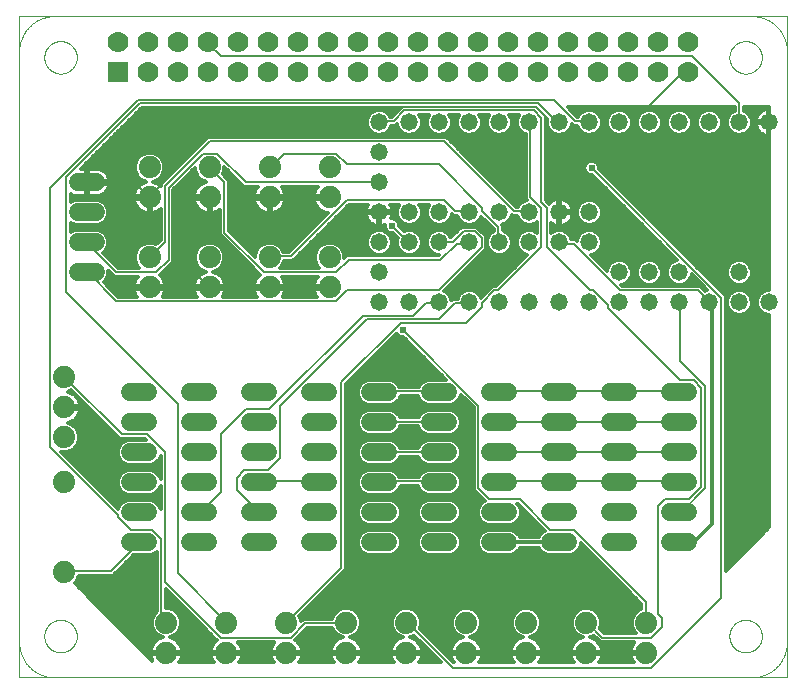
<source format=gbl>
G75*
%MOIN*%
%OFA0B0*%
%FSLAX25Y25*%
%IPPOS*%
%LPD*%
%AMOC8*
5,1,8,0,0,1.08239X$1,22.5*
%
%ADD10C,0.00000*%
%ADD11C,0.07400*%
%ADD12C,0.05800*%
%ADD13R,0.07000X0.07000*%
%ADD14C,0.07000*%
%ADD15C,0.06000*%
%ADD16C,0.00600*%
%ADD17C,0.01200*%
%ADD18C,0.02400*%
D10*
X0004996Y0005011D02*
X0005008Y0225385D01*
X0260916Y0225461D01*
X0260960Y0004994D01*
X0004996Y0005011D01*
X0005000Y0016811D02*
X0005000Y0213661D01*
X0005003Y0213946D01*
X0005014Y0214232D01*
X0005031Y0214517D01*
X0005055Y0214801D01*
X0005086Y0215085D01*
X0005124Y0215368D01*
X0005169Y0215649D01*
X0005220Y0215930D01*
X0005278Y0216210D01*
X0005343Y0216488D01*
X0005415Y0216764D01*
X0005493Y0217038D01*
X0005578Y0217311D01*
X0005670Y0217581D01*
X0005768Y0217849D01*
X0005872Y0218115D01*
X0005983Y0218378D01*
X0006100Y0218638D01*
X0006223Y0218896D01*
X0006353Y0219150D01*
X0006489Y0219401D01*
X0006630Y0219649D01*
X0006778Y0219893D01*
X0006931Y0220134D01*
X0007091Y0220370D01*
X0007256Y0220603D01*
X0007426Y0220832D01*
X0007602Y0221057D01*
X0007784Y0221277D01*
X0007970Y0221493D01*
X0008162Y0221704D01*
X0008359Y0221911D01*
X0008561Y0222113D01*
X0008768Y0222310D01*
X0008979Y0222502D01*
X0009195Y0222688D01*
X0009415Y0222870D01*
X0009640Y0223046D01*
X0009869Y0223216D01*
X0010102Y0223381D01*
X0010338Y0223541D01*
X0010579Y0223694D01*
X0010823Y0223842D01*
X0011071Y0223983D01*
X0011322Y0224119D01*
X0011576Y0224249D01*
X0011834Y0224372D01*
X0012094Y0224489D01*
X0012357Y0224600D01*
X0012623Y0224704D01*
X0012891Y0224802D01*
X0013161Y0224894D01*
X0013434Y0224979D01*
X0013708Y0225057D01*
X0013984Y0225129D01*
X0014262Y0225194D01*
X0014542Y0225252D01*
X0014823Y0225303D01*
X0015104Y0225348D01*
X0015387Y0225386D01*
X0015671Y0225417D01*
X0015955Y0225441D01*
X0016240Y0225458D01*
X0016526Y0225469D01*
X0016811Y0225472D01*
X0249094Y0225472D01*
X0249379Y0225469D01*
X0249665Y0225458D01*
X0249950Y0225441D01*
X0250234Y0225417D01*
X0250518Y0225386D01*
X0250801Y0225348D01*
X0251082Y0225303D01*
X0251363Y0225252D01*
X0251643Y0225194D01*
X0251921Y0225129D01*
X0252197Y0225057D01*
X0252471Y0224979D01*
X0252744Y0224894D01*
X0253014Y0224802D01*
X0253282Y0224704D01*
X0253548Y0224600D01*
X0253811Y0224489D01*
X0254071Y0224372D01*
X0254329Y0224249D01*
X0254583Y0224119D01*
X0254834Y0223983D01*
X0255082Y0223842D01*
X0255326Y0223694D01*
X0255567Y0223541D01*
X0255803Y0223381D01*
X0256036Y0223216D01*
X0256265Y0223046D01*
X0256490Y0222870D01*
X0256710Y0222688D01*
X0256926Y0222502D01*
X0257137Y0222310D01*
X0257344Y0222113D01*
X0257546Y0221911D01*
X0257743Y0221704D01*
X0257935Y0221493D01*
X0258121Y0221277D01*
X0258303Y0221057D01*
X0258479Y0220832D01*
X0258649Y0220603D01*
X0258814Y0220370D01*
X0258974Y0220134D01*
X0259127Y0219893D01*
X0259275Y0219649D01*
X0259416Y0219401D01*
X0259552Y0219150D01*
X0259682Y0218896D01*
X0259805Y0218638D01*
X0259922Y0218378D01*
X0260033Y0218115D01*
X0260137Y0217849D01*
X0260235Y0217581D01*
X0260327Y0217311D01*
X0260412Y0217038D01*
X0260490Y0216764D01*
X0260562Y0216488D01*
X0260627Y0216210D01*
X0260685Y0215930D01*
X0260736Y0215649D01*
X0260781Y0215368D01*
X0260819Y0215085D01*
X0260850Y0214801D01*
X0260874Y0214517D01*
X0260891Y0214232D01*
X0260902Y0213946D01*
X0260905Y0213661D01*
X0260906Y0213661D02*
X0260906Y0016811D01*
X0260905Y0016811D02*
X0260902Y0016526D01*
X0260891Y0016240D01*
X0260874Y0015955D01*
X0260850Y0015671D01*
X0260819Y0015387D01*
X0260781Y0015104D01*
X0260736Y0014823D01*
X0260685Y0014542D01*
X0260627Y0014262D01*
X0260562Y0013984D01*
X0260490Y0013708D01*
X0260412Y0013434D01*
X0260327Y0013161D01*
X0260235Y0012891D01*
X0260137Y0012623D01*
X0260033Y0012357D01*
X0259922Y0012094D01*
X0259805Y0011834D01*
X0259682Y0011576D01*
X0259552Y0011322D01*
X0259416Y0011071D01*
X0259275Y0010823D01*
X0259127Y0010579D01*
X0258974Y0010338D01*
X0258814Y0010102D01*
X0258649Y0009869D01*
X0258479Y0009640D01*
X0258303Y0009415D01*
X0258121Y0009195D01*
X0257935Y0008979D01*
X0257743Y0008768D01*
X0257546Y0008561D01*
X0257344Y0008359D01*
X0257137Y0008162D01*
X0256926Y0007970D01*
X0256710Y0007784D01*
X0256490Y0007602D01*
X0256265Y0007426D01*
X0256036Y0007256D01*
X0255803Y0007091D01*
X0255567Y0006931D01*
X0255326Y0006778D01*
X0255082Y0006630D01*
X0254834Y0006489D01*
X0254583Y0006353D01*
X0254329Y0006223D01*
X0254071Y0006100D01*
X0253811Y0005983D01*
X0253548Y0005872D01*
X0253282Y0005768D01*
X0253014Y0005670D01*
X0252744Y0005578D01*
X0252471Y0005493D01*
X0252197Y0005415D01*
X0251921Y0005343D01*
X0251643Y0005278D01*
X0251363Y0005220D01*
X0251082Y0005169D01*
X0250801Y0005124D01*
X0250518Y0005086D01*
X0250234Y0005055D01*
X0249950Y0005031D01*
X0249665Y0005014D01*
X0249379Y0005003D01*
X0249094Y0005000D01*
X0016811Y0005000D01*
X0016526Y0005003D01*
X0016240Y0005014D01*
X0015955Y0005031D01*
X0015671Y0005055D01*
X0015387Y0005086D01*
X0015104Y0005124D01*
X0014823Y0005169D01*
X0014542Y0005220D01*
X0014262Y0005278D01*
X0013984Y0005343D01*
X0013708Y0005415D01*
X0013434Y0005493D01*
X0013161Y0005578D01*
X0012891Y0005670D01*
X0012623Y0005768D01*
X0012357Y0005872D01*
X0012094Y0005983D01*
X0011834Y0006100D01*
X0011576Y0006223D01*
X0011322Y0006353D01*
X0011071Y0006489D01*
X0010823Y0006630D01*
X0010579Y0006778D01*
X0010338Y0006931D01*
X0010102Y0007091D01*
X0009869Y0007256D01*
X0009640Y0007426D01*
X0009415Y0007602D01*
X0009195Y0007784D01*
X0008979Y0007970D01*
X0008768Y0008162D01*
X0008561Y0008359D01*
X0008359Y0008561D01*
X0008162Y0008768D01*
X0007970Y0008979D01*
X0007784Y0009195D01*
X0007602Y0009415D01*
X0007426Y0009640D01*
X0007256Y0009869D01*
X0007091Y0010102D01*
X0006931Y0010338D01*
X0006778Y0010579D01*
X0006630Y0010823D01*
X0006489Y0011071D01*
X0006353Y0011322D01*
X0006223Y0011576D01*
X0006100Y0011834D01*
X0005983Y0012094D01*
X0005872Y0012357D01*
X0005768Y0012623D01*
X0005670Y0012891D01*
X0005578Y0013161D01*
X0005493Y0013434D01*
X0005415Y0013708D01*
X0005343Y0013984D01*
X0005278Y0014262D01*
X0005220Y0014542D01*
X0005169Y0014823D01*
X0005124Y0015104D01*
X0005086Y0015387D01*
X0005055Y0015671D01*
X0005031Y0015955D01*
X0005014Y0016240D01*
X0005003Y0016526D01*
X0005000Y0016811D01*
X0013367Y0018780D02*
X0013369Y0018927D01*
X0013375Y0019073D01*
X0013385Y0019219D01*
X0013399Y0019365D01*
X0013417Y0019511D01*
X0013438Y0019656D01*
X0013464Y0019800D01*
X0013494Y0019944D01*
X0013527Y0020086D01*
X0013564Y0020228D01*
X0013605Y0020369D01*
X0013650Y0020508D01*
X0013699Y0020647D01*
X0013751Y0020784D01*
X0013808Y0020919D01*
X0013867Y0021053D01*
X0013931Y0021185D01*
X0013998Y0021315D01*
X0014068Y0021444D01*
X0014142Y0021571D01*
X0014219Y0021695D01*
X0014300Y0021818D01*
X0014384Y0021938D01*
X0014471Y0022056D01*
X0014561Y0022171D01*
X0014654Y0022284D01*
X0014751Y0022395D01*
X0014850Y0022503D01*
X0014952Y0022608D01*
X0015057Y0022710D01*
X0015165Y0022809D01*
X0015276Y0022906D01*
X0015389Y0022999D01*
X0015504Y0023089D01*
X0015622Y0023176D01*
X0015742Y0023260D01*
X0015865Y0023341D01*
X0015989Y0023418D01*
X0016116Y0023492D01*
X0016245Y0023562D01*
X0016375Y0023629D01*
X0016507Y0023693D01*
X0016641Y0023752D01*
X0016776Y0023809D01*
X0016913Y0023861D01*
X0017052Y0023910D01*
X0017191Y0023955D01*
X0017332Y0023996D01*
X0017474Y0024033D01*
X0017616Y0024066D01*
X0017760Y0024096D01*
X0017904Y0024122D01*
X0018049Y0024143D01*
X0018195Y0024161D01*
X0018341Y0024175D01*
X0018487Y0024185D01*
X0018633Y0024191D01*
X0018780Y0024193D01*
X0018927Y0024191D01*
X0019073Y0024185D01*
X0019219Y0024175D01*
X0019365Y0024161D01*
X0019511Y0024143D01*
X0019656Y0024122D01*
X0019800Y0024096D01*
X0019944Y0024066D01*
X0020086Y0024033D01*
X0020228Y0023996D01*
X0020369Y0023955D01*
X0020508Y0023910D01*
X0020647Y0023861D01*
X0020784Y0023809D01*
X0020919Y0023752D01*
X0021053Y0023693D01*
X0021185Y0023629D01*
X0021315Y0023562D01*
X0021444Y0023492D01*
X0021571Y0023418D01*
X0021695Y0023341D01*
X0021818Y0023260D01*
X0021938Y0023176D01*
X0022056Y0023089D01*
X0022171Y0022999D01*
X0022284Y0022906D01*
X0022395Y0022809D01*
X0022503Y0022710D01*
X0022608Y0022608D01*
X0022710Y0022503D01*
X0022809Y0022395D01*
X0022906Y0022284D01*
X0022999Y0022171D01*
X0023089Y0022056D01*
X0023176Y0021938D01*
X0023260Y0021818D01*
X0023341Y0021695D01*
X0023418Y0021571D01*
X0023492Y0021444D01*
X0023562Y0021315D01*
X0023629Y0021185D01*
X0023693Y0021053D01*
X0023752Y0020919D01*
X0023809Y0020784D01*
X0023861Y0020647D01*
X0023910Y0020508D01*
X0023955Y0020369D01*
X0023996Y0020228D01*
X0024033Y0020086D01*
X0024066Y0019944D01*
X0024096Y0019800D01*
X0024122Y0019656D01*
X0024143Y0019511D01*
X0024161Y0019365D01*
X0024175Y0019219D01*
X0024185Y0019073D01*
X0024191Y0018927D01*
X0024193Y0018780D01*
X0024191Y0018633D01*
X0024185Y0018487D01*
X0024175Y0018341D01*
X0024161Y0018195D01*
X0024143Y0018049D01*
X0024122Y0017904D01*
X0024096Y0017760D01*
X0024066Y0017616D01*
X0024033Y0017474D01*
X0023996Y0017332D01*
X0023955Y0017191D01*
X0023910Y0017052D01*
X0023861Y0016913D01*
X0023809Y0016776D01*
X0023752Y0016641D01*
X0023693Y0016507D01*
X0023629Y0016375D01*
X0023562Y0016245D01*
X0023492Y0016116D01*
X0023418Y0015989D01*
X0023341Y0015865D01*
X0023260Y0015742D01*
X0023176Y0015622D01*
X0023089Y0015504D01*
X0022999Y0015389D01*
X0022906Y0015276D01*
X0022809Y0015165D01*
X0022710Y0015057D01*
X0022608Y0014952D01*
X0022503Y0014850D01*
X0022395Y0014751D01*
X0022284Y0014654D01*
X0022171Y0014561D01*
X0022056Y0014471D01*
X0021938Y0014384D01*
X0021818Y0014300D01*
X0021695Y0014219D01*
X0021571Y0014142D01*
X0021444Y0014068D01*
X0021315Y0013998D01*
X0021185Y0013931D01*
X0021053Y0013867D01*
X0020919Y0013808D01*
X0020784Y0013751D01*
X0020647Y0013699D01*
X0020508Y0013650D01*
X0020369Y0013605D01*
X0020228Y0013564D01*
X0020086Y0013527D01*
X0019944Y0013494D01*
X0019800Y0013464D01*
X0019656Y0013438D01*
X0019511Y0013417D01*
X0019365Y0013399D01*
X0019219Y0013385D01*
X0019073Y0013375D01*
X0018927Y0013369D01*
X0018780Y0013367D01*
X0018633Y0013369D01*
X0018487Y0013375D01*
X0018341Y0013385D01*
X0018195Y0013399D01*
X0018049Y0013417D01*
X0017904Y0013438D01*
X0017760Y0013464D01*
X0017616Y0013494D01*
X0017474Y0013527D01*
X0017332Y0013564D01*
X0017191Y0013605D01*
X0017052Y0013650D01*
X0016913Y0013699D01*
X0016776Y0013751D01*
X0016641Y0013808D01*
X0016507Y0013867D01*
X0016375Y0013931D01*
X0016245Y0013998D01*
X0016116Y0014068D01*
X0015989Y0014142D01*
X0015865Y0014219D01*
X0015742Y0014300D01*
X0015622Y0014384D01*
X0015504Y0014471D01*
X0015389Y0014561D01*
X0015276Y0014654D01*
X0015165Y0014751D01*
X0015057Y0014850D01*
X0014952Y0014952D01*
X0014850Y0015057D01*
X0014751Y0015165D01*
X0014654Y0015276D01*
X0014561Y0015389D01*
X0014471Y0015504D01*
X0014384Y0015622D01*
X0014300Y0015742D01*
X0014219Y0015865D01*
X0014142Y0015989D01*
X0014068Y0016116D01*
X0013998Y0016245D01*
X0013931Y0016375D01*
X0013867Y0016507D01*
X0013808Y0016641D01*
X0013751Y0016776D01*
X0013699Y0016913D01*
X0013650Y0017052D01*
X0013605Y0017191D01*
X0013564Y0017332D01*
X0013527Y0017474D01*
X0013494Y0017616D01*
X0013464Y0017760D01*
X0013438Y0017904D01*
X0013417Y0018049D01*
X0013399Y0018195D01*
X0013385Y0018341D01*
X0013375Y0018487D01*
X0013369Y0018633D01*
X0013367Y0018780D01*
X0013367Y0211693D02*
X0013369Y0211840D01*
X0013375Y0211986D01*
X0013385Y0212132D01*
X0013399Y0212278D01*
X0013417Y0212424D01*
X0013438Y0212569D01*
X0013464Y0212713D01*
X0013494Y0212857D01*
X0013527Y0212999D01*
X0013564Y0213141D01*
X0013605Y0213282D01*
X0013650Y0213421D01*
X0013699Y0213560D01*
X0013751Y0213697D01*
X0013808Y0213832D01*
X0013867Y0213966D01*
X0013931Y0214098D01*
X0013998Y0214228D01*
X0014068Y0214357D01*
X0014142Y0214484D01*
X0014219Y0214608D01*
X0014300Y0214731D01*
X0014384Y0214851D01*
X0014471Y0214969D01*
X0014561Y0215084D01*
X0014654Y0215197D01*
X0014751Y0215308D01*
X0014850Y0215416D01*
X0014952Y0215521D01*
X0015057Y0215623D01*
X0015165Y0215722D01*
X0015276Y0215819D01*
X0015389Y0215912D01*
X0015504Y0216002D01*
X0015622Y0216089D01*
X0015742Y0216173D01*
X0015865Y0216254D01*
X0015989Y0216331D01*
X0016116Y0216405D01*
X0016245Y0216475D01*
X0016375Y0216542D01*
X0016507Y0216606D01*
X0016641Y0216665D01*
X0016776Y0216722D01*
X0016913Y0216774D01*
X0017052Y0216823D01*
X0017191Y0216868D01*
X0017332Y0216909D01*
X0017474Y0216946D01*
X0017616Y0216979D01*
X0017760Y0217009D01*
X0017904Y0217035D01*
X0018049Y0217056D01*
X0018195Y0217074D01*
X0018341Y0217088D01*
X0018487Y0217098D01*
X0018633Y0217104D01*
X0018780Y0217106D01*
X0018927Y0217104D01*
X0019073Y0217098D01*
X0019219Y0217088D01*
X0019365Y0217074D01*
X0019511Y0217056D01*
X0019656Y0217035D01*
X0019800Y0217009D01*
X0019944Y0216979D01*
X0020086Y0216946D01*
X0020228Y0216909D01*
X0020369Y0216868D01*
X0020508Y0216823D01*
X0020647Y0216774D01*
X0020784Y0216722D01*
X0020919Y0216665D01*
X0021053Y0216606D01*
X0021185Y0216542D01*
X0021315Y0216475D01*
X0021444Y0216405D01*
X0021571Y0216331D01*
X0021695Y0216254D01*
X0021818Y0216173D01*
X0021938Y0216089D01*
X0022056Y0216002D01*
X0022171Y0215912D01*
X0022284Y0215819D01*
X0022395Y0215722D01*
X0022503Y0215623D01*
X0022608Y0215521D01*
X0022710Y0215416D01*
X0022809Y0215308D01*
X0022906Y0215197D01*
X0022999Y0215084D01*
X0023089Y0214969D01*
X0023176Y0214851D01*
X0023260Y0214731D01*
X0023341Y0214608D01*
X0023418Y0214484D01*
X0023492Y0214357D01*
X0023562Y0214228D01*
X0023629Y0214098D01*
X0023693Y0213966D01*
X0023752Y0213832D01*
X0023809Y0213697D01*
X0023861Y0213560D01*
X0023910Y0213421D01*
X0023955Y0213282D01*
X0023996Y0213141D01*
X0024033Y0212999D01*
X0024066Y0212857D01*
X0024096Y0212713D01*
X0024122Y0212569D01*
X0024143Y0212424D01*
X0024161Y0212278D01*
X0024175Y0212132D01*
X0024185Y0211986D01*
X0024191Y0211840D01*
X0024193Y0211693D01*
X0024191Y0211546D01*
X0024185Y0211400D01*
X0024175Y0211254D01*
X0024161Y0211108D01*
X0024143Y0210962D01*
X0024122Y0210817D01*
X0024096Y0210673D01*
X0024066Y0210529D01*
X0024033Y0210387D01*
X0023996Y0210245D01*
X0023955Y0210104D01*
X0023910Y0209965D01*
X0023861Y0209826D01*
X0023809Y0209689D01*
X0023752Y0209554D01*
X0023693Y0209420D01*
X0023629Y0209288D01*
X0023562Y0209158D01*
X0023492Y0209029D01*
X0023418Y0208902D01*
X0023341Y0208778D01*
X0023260Y0208655D01*
X0023176Y0208535D01*
X0023089Y0208417D01*
X0022999Y0208302D01*
X0022906Y0208189D01*
X0022809Y0208078D01*
X0022710Y0207970D01*
X0022608Y0207865D01*
X0022503Y0207763D01*
X0022395Y0207664D01*
X0022284Y0207567D01*
X0022171Y0207474D01*
X0022056Y0207384D01*
X0021938Y0207297D01*
X0021818Y0207213D01*
X0021695Y0207132D01*
X0021571Y0207055D01*
X0021444Y0206981D01*
X0021315Y0206911D01*
X0021185Y0206844D01*
X0021053Y0206780D01*
X0020919Y0206721D01*
X0020784Y0206664D01*
X0020647Y0206612D01*
X0020508Y0206563D01*
X0020369Y0206518D01*
X0020228Y0206477D01*
X0020086Y0206440D01*
X0019944Y0206407D01*
X0019800Y0206377D01*
X0019656Y0206351D01*
X0019511Y0206330D01*
X0019365Y0206312D01*
X0019219Y0206298D01*
X0019073Y0206288D01*
X0018927Y0206282D01*
X0018780Y0206280D01*
X0018633Y0206282D01*
X0018487Y0206288D01*
X0018341Y0206298D01*
X0018195Y0206312D01*
X0018049Y0206330D01*
X0017904Y0206351D01*
X0017760Y0206377D01*
X0017616Y0206407D01*
X0017474Y0206440D01*
X0017332Y0206477D01*
X0017191Y0206518D01*
X0017052Y0206563D01*
X0016913Y0206612D01*
X0016776Y0206664D01*
X0016641Y0206721D01*
X0016507Y0206780D01*
X0016375Y0206844D01*
X0016245Y0206911D01*
X0016116Y0206981D01*
X0015989Y0207055D01*
X0015865Y0207132D01*
X0015742Y0207213D01*
X0015622Y0207297D01*
X0015504Y0207384D01*
X0015389Y0207474D01*
X0015276Y0207567D01*
X0015165Y0207664D01*
X0015057Y0207763D01*
X0014952Y0207865D01*
X0014850Y0207970D01*
X0014751Y0208078D01*
X0014654Y0208189D01*
X0014561Y0208302D01*
X0014471Y0208417D01*
X0014384Y0208535D01*
X0014300Y0208655D01*
X0014219Y0208778D01*
X0014142Y0208902D01*
X0014068Y0209029D01*
X0013998Y0209158D01*
X0013931Y0209288D01*
X0013867Y0209420D01*
X0013808Y0209554D01*
X0013751Y0209689D01*
X0013699Y0209826D01*
X0013650Y0209965D01*
X0013605Y0210104D01*
X0013564Y0210245D01*
X0013527Y0210387D01*
X0013494Y0210529D01*
X0013464Y0210673D01*
X0013438Y0210817D01*
X0013417Y0210962D01*
X0013399Y0211108D01*
X0013385Y0211254D01*
X0013375Y0211400D01*
X0013369Y0211546D01*
X0013367Y0211693D01*
X0241713Y0211693D02*
X0241715Y0211840D01*
X0241721Y0211986D01*
X0241731Y0212132D01*
X0241745Y0212278D01*
X0241763Y0212424D01*
X0241784Y0212569D01*
X0241810Y0212713D01*
X0241840Y0212857D01*
X0241873Y0212999D01*
X0241910Y0213141D01*
X0241951Y0213282D01*
X0241996Y0213421D01*
X0242045Y0213560D01*
X0242097Y0213697D01*
X0242154Y0213832D01*
X0242213Y0213966D01*
X0242277Y0214098D01*
X0242344Y0214228D01*
X0242414Y0214357D01*
X0242488Y0214484D01*
X0242565Y0214608D01*
X0242646Y0214731D01*
X0242730Y0214851D01*
X0242817Y0214969D01*
X0242907Y0215084D01*
X0243000Y0215197D01*
X0243097Y0215308D01*
X0243196Y0215416D01*
X0243298Y0215521D01*
X0243403Y0215623D01*
X0243511Y0215722D01*
X0243622Y0215819D01*
X0243735Y0215912D01*
X0243850Y0216002D01*
X0243968Y0216089D01*
X0244088Y0216173D01*
X0244211Y0216254D01*
X0244335Y0216331D01*
X0244462Y0216405D01*
X0244591Y0216475D01*
X0244721Y0216542D01*
X0244853Y0216606D01*
X0244987Y0216665D01*
X0245122Y0216722D01*
X0245259Y0216774D01*
X0245398Y0216823D01*
X0245537Y0216868D01*
X0245678Y0216909D01*
X0245820Y0216946D01*
X0245962Y0216979D01*
X0246106Y0217009D01*
X0246250Y0217035D01*
X0246395Y0217056D01*
X0246541Y0217074D01*
X0246687Y0217088D01*
X0246833Y0217098D01*
X0246979Y0217104D01*
X0247126Y0217106D01*
X0247273Y0217104D01*
X0247419Y0217098D01*
X0247565Y0217088D01*
X0247711Y0217074D01*
X0247857Y0217056D01*
X0248002Y0217035D01*
X0248146Y0217009D01*
X0248290Y0216979D01*
X0248432Y0216946D01*
X0248574Y0216909D01*
X0248715Y0216868D01*
X0248854Y0216823D01*
X0248993Y0216774D01*
X0249130Y0216722D01*
X0249265Y0216665D01*
X0249399Y0216606D01*
X0249531Y0216542D01*
X0249661Y0216475D01*
X0249790Y0216405D01*
X0249917Y0216331D01*
X0250041Y0216254D01*
X0250164Y0216173D01*
X0250284Y0216089D01*
X0250402Y0216002D01*
X0250517Y0215912D01*
X0250630Y0215819D01*
X0250741Y0215722D01*
X0250849Y0215623D01*
X0250954Y0215521D01*
X0251056Y0215416D01*
X0251155Y0215308D01*
X0251252Y0215197D01*
X0251345Y0215084D01*
X0251435Y0214969D01*
X0251522Y0214851D01*
X0251606Y0214731D01*
X0251687Y0214608D01*
X0251764Y0214484D01*
X0251838Y0214357D01*
X0251908Y0214228D01*
X0251975Y0214098D01*
X0252039Y0213966D01*
X0252098Y0213832D01*
X0252155Y0213697D01*
X0252207Y0213560D01*
X0252256Y0213421D01*
X0252301Y0213282D01*
X0252342Y0213141D01*
X0252379Y0212999D01*
X0252412Y0212857D01*
X0252442Y0212713D01*
X0252468Y0212569D01*
X0252489Y0212424D01*
X0252507Y0212278D01*
X0252521Y0212132D01*
X0252531Y0211986D01*
X0252537Y0211840D01*
X0252539Y0211693D01*
X0252537Y0211546D01*
X0252531Y0211400D01*
X0252521Y0211254D01*
X0252507Y0211108D01*
X0252489Y0210962D01*
X0252468Y0210817D01*
X0252442Y0210673D01*
X0252412Y0210529D01*
X0252379Y0210387D01*
X0252342Y0210245D01*
X0252301Y0210104D01*
X0252256Y0209965D01*
X0252207Y0209826D01*
X0252155Y0209689D01*
X0252098Y0209554D01*
X0252039Y0209420D01*
X0251975Y0209288D01*
X0251908Y0209158D01*
X0251838Y0209029D01*
X0251764Y0208902D01*
X0251687Y0208778D01*
X0251606Y0208655D01*
X0251522Y0208535D01*
X0251435Y0208417D01*
X0251345Y0208302D01*
X0251252Y0208189D01*
X0251155Y0208078D01*
X0251056Y0207970D01*
X0250954Y0207865D01*
X0250849Y0207763D01*
X0250741Y0207664D01*
X0250630Y0207567D01*
X0250517Y0207474D01*
X0250402Y0207384D01*
X0250284Y0207297D01*
X0250164Y0207213D01*
X0250041Y0207132D01*
X0249917Y0207055D01*
X0249790Y0206981D01*
X0249661Y0206911D01*
X0249531Y0206844D01*
X0249399Y0206780D01*
X0249265Y0206721D01*
X0249130Y0206664D01*
X0248993Y0206612D01*
X0248854Y0206563D01*
X0248715Y0206518D01*
X0248574Y0206477D01*
X0248432Y0206440D01*
X0248290Y0206407D01*
X0248146Y0206377D01*
X0248002Y0206351D01*
X0247857Y0206330D01*
X0247711Y0206312D01*
X0247565Y0206298D01*
X0247419Y0206288D01*
X0247273Y0206282D01*
X0247126Y0206280D01*
X0246979Y0206282D01*
X0246833Y0206288D01*
X0246687Y0206298D01*
X0246541Y0206312D01*
X0246395Y0206330D01*
X0246250Y0206351D01*
X0246106Y0206377D01*
X0245962Y0206407D01*
X0245820Y0206440D01*
X0245678Y0206477D01*
X0245537Y0206518D01*
X0245398Y0206563D01*
X0245259Y0206612D01*
X0245122Y0206664D01*
X0244987Y0206721D01*
X0244853Y0206780D01*
X0244721Y0206844D01*
X0244591Y0206911D01*
X0244462Y0206981D01*
X0244335Y0207055D01*
X0244211Y0207132D01*
X0244088Y0207213D01*
X0243968Y0207297D01*
X0243850Y0207384D01*
X0243735Y0207474D01*
X0243622Y0207567D01*
X0243511Y0207664D01*
X0243403Y0207763D01*
X0243298Y0207865D01*
X0243196Y0207970D01*
X0243097Y0208078D01*
X0243000Y0208189D01*
X0242907Y0208302D01*
X0242817Y0208417D01*
X0242730Y0208535D01*
X0242646Y0208655D01*
X0242565Y0208778D01*
X0242488Y0208902D01*
X0242414Y0209029D01*
X0242344Y0209158D01*
X0242277Y0209288D01*
X0242213Y0209420D01*
X0242154Y0209554D01*
X0242097Y0209689D01*
X0242045Y0209826D01*
X0241996Y0209965D01*
X0241951Y0210104D01*
X0241910Y0210245D01*
X0241873Y0210387D01*
X0241840Y0210529D01*
X0241810Y0210673D01*
X0241784Y0210817D01*
X0241763Y0210962D01*
X0241745Y0211108D01*
X0241731Y0211254D01*
X0241721Y0211400D01*
X0241715Y0211546D01*
X0241713Y0211693D01*
X0241713Y0018780D02*
X0241715Y0018927D01*
X0241721Y0019073D01*
X0241731Y0019219D01*
X0241745Y0019365D01*
X0241763Y0019511D01*
X0241784Y0019656D01*
X0241810Y0019800D01*
X0241840Y0019944D01*
X0241873Y0020086D01*
X0241910Y0020228D01*
X0241951Y0020369D01*
X0241996Y0020508D01*
X0242045Y0020647D01*
X0242097Y0020784D01*
X0242154Y0020919D01*
X0242213Y0021053D01*
X0242277Y0021185D01*
X0242344Y0021315D01*
X0242414Y0021444D01*
X0242488Y0021571D01*
X0242565Y0021695D01*
X0242646Y0021818D01*
X0242730Y0021938D01*
X0242817Y0022056D01*
X0242907Y0022171D01*
X0243000Y0022284D01*
X0243097Y0022395D01*
X0243196Y0022503D01*
X0243298Y0022608D01*
X0243403Y0022710D01*
X0243511Y0022809D01*
X0243622Y0022906D01*
X0243735Y0022999D01*
X0243850Y0023089D01*
X0243968Y0023176D01*
X0244088Y0023260D01*
X0244211Y0023341D01*
X0244335Y0023418D01*
X0244462Y0023492D01*
X0244591Y0023562D01*
X0244721Y0023629D01*
X0244853Y0023693D01*
X0244987Y0023752D01*
X0245122Y0023809D01*
X0245259Y0023861D01*
X0245398Y0023910D01*
X0245537Y0023955D01*
X0245678Y0023996D01*
X0245820Y0024033D01*
X0245962Y0024066D01*
X0246106Y0024096D01*
X0246250Y0024122D01*
X0246395Y0024143D01*
X0246541Y0024161D01*
X0246687Y0024175D01*
X0246833Y0024185D01*
X0246979Y0024191D01*
X0247126Y0024193D01*
X0247273Y0024191D01*
X0247419Y0024185D01*
X0247565Y0024175D01*
X0247711Y0024161D01*
X0247857Y0024143D01*
X0248002Y0024122D01*
X0248146Y0024096D01*
X0248290Y0024066D01*
X0248432Y0024033D01*
X0248574Y0023996D01*
X0248715Y0023955D01*
X0248854Y0023910D01*
X0248993Y0023861D01*
X0249130Y0023809D01*
X0249265Y0023752D01*
X0249399Y0023693D01*
X0249531Y0023629D01*
X0249661Y0023562D01*
X0249790Y0023492D01*
X0249917Y0023418D01*
X0250041Y0023341D01*
X0250164Y0023260D01*
X0250284Y0023176D01*
X0250402Y0023089D01*
X0250517Y0022999D01*
X0250630Y0022906D01*
X0250741Y0022809D01*
X0250849Y0022710D01*
X0250954Y0022608D01*
X0251056Y0022503D01*
X0251155Y0022395D01*
X0251252Y0022284D01*
X0251345Y0022171D01*
X0251435Y0022056D01*
X0251522Y0021938D01*
X0251606Y0021818D01*
X0251687Y0021695D01*
X0251764Y0021571D01*
X0251838Y0021444D01*
X0251908Y0021315D01*
X0251975Y0021185D01*
X0252039Y0021053D01*
X0252098Y0020919D01*
X0252155Y0020784D01*
X0252207Y0020647D01*
X0252256Y0020508D01*
X0252301Y0020369D01*
X0252342Y0020228D01*
X0252379Y0020086D01*
X0252412Y0019944D01*
X0252442Y0019800D01*
X0252468Y0019656D01*
X0252489Y0019511D01*
X0252507Y0019365D01*
X0252521Y0019219D01*
X0252531Y0019073D01*
X0252537Y0018927D01*
X0252539Y0018780D01*
X0252537Y0018633D01*
X0252531Y0018487D01*
X0252521Y0018341D01*
X0252507Y0018195D01*
X0252489Y0018049D01*
X0252468Y0017904D01*
X0252442Y0017760D01*
X0252412Y0017616D01*
X0252379Y0017474D01*
X0252342Y0017332D01*
X0252301Y0017191D01*
X0252256Y0017052D01*
X0252207Y0016913D01*
X0252155Y0016776D01*
X0252098Y0016641D01*
X0252039Y0016507D01*
X0251975Y0016375D01*
X0251908Y0016245D01*
X0251838Y0016116D01*
X0251764Y0015989D01*
X0251687Y0015865D01*
X0251606Y0015742D01*
X0251522Y0015622D01*
X0251435Y0015504D01*
X0251345Y0015389D01*
X0251252Y0015276D01*
X0251155Y0015165D01*
X0251056Y0015057D01*
X0250954Y0014952D01*
X0250849Y0014850D01*
X0250741Y0014751D01*
X0250630Y0014654D01*
X0250517Y0014561D01*
X0250402Y0014471D01*
X0250284Y0014384D01*
X0250164Y0014300D01*
X0250041Y0014219D01*
X0249917Y0014142D01*
X0249790Y0014068D01*
X0249661Y0013998D01*
X0249531Y0013931D01*
X0249399Y0013867D01*
X0249265Y0013808D01*
X0249130Y0013751D01*
X0248993Y0013699D01*
X0248854Y0013650D01*
X0248715Y0013605D01*
X0248574Y0013564D01*
X0248432Y0013527D01*
X0248290Y0013494D01*
X0248146Y0013464D01*
X0248002Y0013438D01*
X0247857Y0013417D01*
X0247711Y0013399D01*
X0247565Y0013385D01*
X0247419Y0013375D01*
X0247273Y0013369D01*
X0247126Y0013367D01*
X0246979Y0013369D01*
X0246833Y0013375D01*
X0246687Y0013385D01*
X0246541Y0013399D01*
X0246395Y0013417D01*
X0246250Y0013438D01*
X0246106Y0013464D01*
X0245962Y0013494D01*
X0245820Y0013527D01*
X0245678Y0013564D01*
X0245537Y0013605D01*
X0245398Y0013650D01*
X0245259Y0013699D01*
X0245122Y0013751D01*
X0244987Y0013808D01*
X0244853Y0013867D01*
X0244721Y0013931D01*
X0244591Y0013998D01*
X0244462Y0014068D01*
X0244335Y0014142D01*
X0244211Y0014219D01*
X0244088Y0014300D01*
X0243968Y0014384D01*
X0243850Y0014471D01*
X0243735Y0014561D01*
X0243622Y0014654D01*
X0243511Y0014751D01*
X0243403Y0014850D01*
X0243298Y0014952D01*
X0243196Y0015057D01*
X0243097Y0015165D01*
X0243000Y0015276D01*
X0242907Y0015389D01*
X0242817Y0015504D01*
X0242730Y0015622D01*
X0242646Y0015742D01*
X0242565Y0015865D01*
X0242488Y0015989D01*
X0242414Y0016116D01*
X0242344Y0016245D01*
X0242277Y0016375D01*
X0242213Y0016507D01*
X0242154Y0016641D01*
X0242097Y0016776D01*
X0242045Y0016913D01*
X0241996Y0017052D01*
X0241951Y0017191D01*
X0241910Y0017332D01*
X0241873Y0017474D01*
X0241840Y0017616D01*
X0241810Y0017760D01*
X0241784Y0017904D01*
X0241763Y0018049D01*
X0241745Y0018195D01*
X0241731Y0018341D01*
X0241721Y0018487D01*
X0241715Y0018633D01*
X0241713Y0018780D01*
D11*
X0214029Y0023193D03*
X0214029Y0013193D03*
X0194029Y0013193D03*
X0194029Y0023193D03*
X0174029Y0023193D03*
X0174029Y0013193D03*
X0154029Y0013193D03*
X0154029Y0023193D03*
X0134029Y0023193D03*
X0134029Y0013193D03*
X0114029Y0013193D03*
X0114029Y0023193D03*
X0094029Y0023193D03*
X0094029Y0013193D03*
X0074029Y0013193D03*
X0074029Y0023193D03*
X0054029Y0023193D03*
X0054029Y0013193D03*
X0020000Y0040000D03*
X0020000Y0070000D03*
X0020000Y0085000D03*
X0020000Y0095000D03*
X0020000Y0105000D03*
X0048496Y0135011D03*
X0048496Y0145011D03*
X0068496Y0145011D03*
X0068496Y0135011D03*
X0088496Y0135011D03*
X0088496Y0145011D03*
X0108496Y0145011D03*
X0108496Y0135011D03*
X0108496Y0165011D03*
X0108496Y0175011D03*
X0088496Y0175011D03*
X0088496Y0165011D03*
X0068496Y0165011D03*
X0068496Y0175011D03*
X0048496Y0175011D03*
X0048496Y0165011D03*
D12*
X0125000Y0170000D03*
X0125000Y0180000D03*
X0125000Y0190000D03*
X0135000Y0190000D03*
X0145000Y0190000D03*
X0155000Y0190000D03*
X0165000Y0190000D03*
X0175000Y0190000D03*
X0185000Y0190000D03*
X0195000Y0190000D03*
X0205000Y0190000D03*
X0215000Y0190000D03*
X0225000Y0190000D03*
X0235000Y0190000D03*
X0245000Y0190000D03*
X0255000Y0190000D03*
X0245000Y0140000D03*
X0245000Y0130000D03*
X0235000Y0130000D03*
X0225000Y0130000D03*
X0215000Y0130000D03*
X0215000Y0140000D03*
X0225000Y0140000D03*
X0205000Y0140000D03*
X0205000Y0130000D03*
X0195000Y0130000D03*
X0185000Y0130000D03*
X0175000Y0130000D03*
X0165000Y0130000D03*
X0155000Y0130000D03*
X0145000Y0130000D03*
X0135000Y0130000D03*
X0125000Y0130000D03*
X0125000Y0140000D03*
X0125000Y0150000D03*
X0125000Y0160000D03*
X0135000Y0160000D03*
X0135000Y0150000D03*
X0145000Y0150000D03*
X0145000Y0160000D03*
X0155000Y0160000D03*
X0165000Y0160000D03*
X0165000Y0150000D03*
X0155000Y0150000D03*
X0175000Y0150000D03*
X0175000Y0160000D03*
X0185000Y0160000D03*
X0185000Y0150000D03*
X0195000Y0150000D03*
X0195000Y0160000D03*
X0255000Y0130000D03*
D13*
X0037953Y0206693D03*
D14*
X0047953Y0206693D03*
X0057953Y0206693D03*
X0067953Y0206693D03*
X0077953Y0206693D03*
X0087953Y0206693D03*
X0097953Y0206693D03*
X0107953Y0206693D03*
X0117953Y0206693D03*
X0127953Y0206693D03*
X0137953Y0206693D03*
X0147953Y0206693D03*
X0157953Y0206693D03*
X0167953Y0206693D03*
X0177953Y0206693D03*
X0187953Y0206693D03*
X0197953Y0206693D03*
X0207953Y0206693D03*
X0217953Y0206693D03*
X0227953Y0206693D03*
X0227953Y0216693D03*
X0217953Y0216693D03*
X0207953Y0216693D03*
X0197953Y0216693D03*
X0187953Y0216693D03*
X0177953Y0216693D03*
X0167953Y0216693D03*
X0157953Y0216693D03*
X0147953Y0216693D03*
X0137953Y0216693D03*
X0127953Y0216693D03*
X0117953Y0216693D03*
X0107953Y0216693D03*
X0097953Y0216693D03*
X0087953Y0216693D03*
X0077953Y0216693D03*
X0067953Y0216693D03*
X0057953Y0216693D03*
X0047953Y0216693D03*
X0037953Y0216693D03*
D15*
X0030496Y0170011D02*
X0024496Y0170011D01*
X0024496Y0160011D02*
X0030496Y0160011D01*
X0030496Y0150011D02*
X0024496Y0150011D01*
X0024496Y0140011D02*
X0030496Y0140011D01*
X0042000Y0100000D02*
X0048000Y0100000D01*
X0048000Y0090000D02*
X0042000Y0090000D01*
X0042000Y0080000D02*
X0048000Y0080000D01*
X0048000Y0070000D02*
X0042000Y0070000D01*
X0042000Y0060000D02*
X0048000Y0060000D01*
X0048000Y0050000D02*
X0042000Y0050000D01*
X0062000Y0050000D02*
X0068000Y0050000D01*
X0068000Y0060000D02*
X0062000Y0060000D01*
X0062000Y0070000D02*
X0068000Y0070000D01*
X0068000Y0080000D02*
X0062000Y0080000D01*
X0062000Y0090000D02*
X0068000Y0090000D01*
X0068000Y0100000D02*
X0062000Y0100000D01*
X0082000Y0100000D02*
X0088000Y0100000D01*
X0088000Y0090000D02*
X0082000Y0090000D01*
X0082000Y0080000D02*
X0088000Y0080000D01*
X0088000Y0070000D02*
X0082000Y0070000D01*
X0082000Y0060000D02*
X0088000Y0060000D01*
X0088000Y0050000D02*
X0082000Y0050000D01*
X0102000Y0050000D02*
X0108000Y0050000D01*
X0108000Y0060000D02*
X0102000Y0060000D01*
X0102000Y0070000D02*
X0108000Y0070000D01*
X0108000Y0080000D02*
X0102000Y0080000D01*
X0102000Y0090000D02*
X0108000Y0090000D01*
X0108000Y0100000D02*
X0102000Y0100000D01*
X0122000Y0100000D02*
X0128000Y0100000D01*
X0128000Y0090000D02*
X0122000Y0090000D01*
X0122000Y0080000D02*
X0128000Y0080000D01*
X0128000Y0070000D02*
X0122000Y0070000D01*
X0122000Y0060000D02*
X0128000Y0060000D01*
X0128000Y0050000D02*
X0122000Y0050000D01*
X0142000Y0050000D02*
X0148000Y0050000D01*
X0148000Y0060000D02*
X0142000Y0060000D01*
X0142000Y0070000D02*
X0148000Y0070000D01*
X0148000Y0080000D02*
X0142000Y0080000D01*
X0142000Y0090000D02*
X0148000Y0090000D01*
X0148000Y0100000D02*
X0142000Y0100000D01*
X0162000Y0100000D02*
X0168000Y0100000D01*
X0168000Y0090000D02*
X0162000Y0090000D01*
X0162000Y0080000D02*
X0168000Y0080000D01*
X0168000Y0070000D02*
X0162000Y0070000D01*
X0162000Y0060000D02*
X0168000Y0060000D01*
X0168000Y0050000D02*
X0162000Y0050000D01*
X0182000Y0050000D02*
X0188000Y0050000D01*
X0188000Y0060000D02*
X0182000Y0060000D01*
X0182000Y0070000D02*
X0188000Y0070000D01*
X0188000Y0080000D02*
X0182000Y0080000D01*
X0182000Y0090000D02*
X0188000Y0090000D01*
X0188000Y0100000D02*
X0182000Y0100000D01*
X0202000Y0100000D02*
X0208000Y0100000D01*
X0208000Y0090000D02*
X0202000Y0090000D01*
X0202000Y0080000D02*
X0208000Y0080000D01*
X0208000Y0070000D02*
X0202000Y0070000D01*
X0202000Y0060000D02*
X0208000Y0060000D01*
X0208000Y0050000D02*
X0202000Y0050000D01*
X0222000Y0050000D02*
X0228000Y0050000D01*
X0228000Y0060000D02*
X0222000Y0060000D01*
X0222000Y0070000D02*
X0228000Y0070000D01*
X0228000Y0080000D02*
X0222000Y0080000D01*
X0222000Y0090000D02*
X0228000Y0090000D01*
X0228000Y0100000D02*
X0222000Y0100000D01*
D16*
X0224596Y0100411D02*
X0225000Y0100000D01*
X0224596Y0100411D02*
X0205396Y0100411D01*
X0205000Y0100000D01*
X0204796Y0100411D01*
X0185596Y0100411D01*
X0185000Y0100000D01*
X0184996Y0100411D01*
X0165196Y0100411D01*
X0165000Y0100000D01*
X0157996Y0095611D02*
X0157996Y0068011D01*
X0161596Y0064411D01*
X0171796Y0064411D01*
X0181996Y0054211D01*
X0189796Y0054211D01*
X0213796Y0030211D01*
X0213796Y0023611D01*
X0214029Y0023193D01*
X0217996Y0026011D02*
X0219196Y0024811D01*
X0219196Y0021811D01*
X0215596Y0018211D01*
X0199396Y0018211D01*
X0194596Y0023011D01*
X0194029Y0023193D01*
X0215596Y0008011D02*
X0149596Y0008011D01*
X0134596Y0023011D01*
X0134029Y0023193D01*
X0114029Y0023193D02*
X0113596Y0023011D01*
X0100396Y0023011D01*
X0095596Y0018211D01*
X0072196Y0018211D01*
X0053596Y0036811D01*
X0053596Y0080011D01*
X0047596Y0086011D01*
X0039196Y0086011D01*
X0020596Y0104611D01*
X0020000Y0105000D01*
X0015196Y0081811D02*
X0037996Y0059011D01*
X0037996Y0058411D01*
X0042196Y0054211D01*
X0049396Y0054211D01*
X0052396Y0051211D01*
X0052396Y0024811D01*
X0053596Y0023611D01*
X0054029Y0023193D01*
X0057796Y0039811D02*
X0073996Y0023611D01*
X0074029Y0023193D01*
X0094029Y0023193D02*
X0094396Y0023611D01*
X0112396Y0041611D01*
X0112396Y0103411D01*
X0132196Y0123211D01*
X0153796Y0123211D01*
X0159196Y0128611D01*
X0159196Y0129811D01*
X0163396Y0134011D01*
X0164596Y0134011D01*
X0178996Y0148411D01*
X0178996Y0161611D01*
X0175396Y0165211D01*
X0175396Y0189811D01*
X0175000Y0190000D01*
X0178996Y0191611D02*
X0176596Y0194011D01*
X0133396Y0194011D01*
X0129796Y0190411D01*
X0125596Y0190411D01*
X0125000Y0190000D01*
X0114196Y0176011D02*
X0110596Y0179611D01*
X0093196Y0179611D01*
X0088996Y0175411D01*
X0088496Y0175011D01*
X0080596Y0170011D02*
X0070996Y0179611D01*
X0066196Y0179611D01*
X0054796Y0168211D01*
X0054796Y0144211D01*
X0050596Y0140011D01*
X0037396Y0140011D01*
X0027796Y0149611D01*
X0027496Y0150011D01*
X0027496Y0140011D02*
X0027796Y0140011D01*
X0037396Y0130411D01*
X0110596Y0130411D01*
X0114196Y0134011D01*
X0144796Y0134011D01*
X0159196Y0148411D01*
X0159196Y0151411D01*
X0156796Y0153811D01*
X0153196Y0153811D01*
X0149596Y0150211D01*
X0145396Y0150211D01*
X0145000Y0150000D01*
X0145396Y0144211D02*
X0150796Y0149611D01*
X0154996Y0149611D01*
X0155000Y0150000D01*
X0164596Y0150211D02*
X0165000Y0150000D01*
X0164596Y0150211D02*
X0164596Y0155011D01*
X0159196Y0160411D01*
X0159196Y0161611D01*
X0144796Y0176011D01*
X0114196Y0176011D01*
X0124996Y0170011D02*
X0125000Y0170000D01*
X0124996Y0170011D02*
X0080596Y0170011D01*
X0073396Y0170011D02*
X0068596Y0174811D01*
X0068496Y0175011D01*
X0073396Y0170011D02*
X0073396Y0153211D01*
X0086596Y0140011D01*
X0110596Y0140011D01*
X0114796Y0144211D01*
X0145396Y0144211D01*
X0135000Y0150000D02*
X0134596Y0150211D01*
X0129196Y0155611D01*
X0114196Y0164011D02*
X0095596Y0145411D01*
X0088996Y0145411D01*
X0088496Y0145011D01*
X0068496Y0135011D02*
X0067996Y0135211D01*
X0063796Y0139411D01*
X0063796Y0147211D01*
X0067996Y0151411D01*
X0067996Y0164611D01*
X0068496Y0165011D01*
X0053596Y0168811D02*
X0053596Y0150211D01*
X0048796Y0145411D01*
X0048496Y0145011D01*
X0048496Y0165011D02*
X0048196Y0165211D01*
X0078196Y0195211D01*
X0177196Y0195211D01*
X0180196Y0192211D01*
X0180196Y0188611D01*
X0193396Y0175411D01*
X0185596Y0167611D01*
X0185596Y0160411D01*
X0185000Y0160000D01*
X0180796Y0161611D02*
X0178996Y0163411D01*
X0178996Y0191611D01*
X0177796Y0196411D02*
X0183796Y0190411D01*
X0184996Y0190411D01*
X0185000Y0190000D01*
X0190396Y0190411D02*
X0183196Y0197611D01*
X0044596Y0197611D01*
X0015196Y0168211D01*
X0015196Y0081811D01*
X0045000Y0050000D02*
X0044596Y0049411D01*
X0035596Y0040411D01*
X0020596Y0040411D01*
X0020000Y0040000D01*
X0057796Y0039811D02*
X0057796Y0096211D01*
X0020596Y0133411D01*
X0020596Y0171811D01*
X0045196Y0196411D01*
X0177796Y0196411D01*
X0190396Y0190411D02*
X0194596Y0190411D01*
X0195000Y0190000D01*
X0203596Y0185611D02*
X0205996Y0185611D01*
X0210796Y0190411D01*
X0210796Y0191611D01*
X0225796Y0206611D01*
X0227596Y0206611D01*
X0227953Y0206693D01*
X0229396Y0212011D02*
X0072196Y0212011D01*
X0067996Y0216211D01*
X0067953Y0216693D01*
X0068596Y0183811D02*
X0053596Y0168811D01*
X0048196Y0165211D02*
X0043396Y0170011D01*
X0027496Y0170011D01*
X0068596Y0183811D02*
X0146596Y0183811D01*
X0169996Y0160411D01*
X0174796Y0160411D01*
X0175000Y0160000D01*
X0180796Y0161611D02*
X0180796Y0148411D01*
X0195196Y0134011D01*
X0196396Y0134011D01*
X0201196Y0129211D01*
X0201196Y0128011D01*
X0225196Y0104011D01*
X0229996Y0104011D01*
X0232396Y0101611D01*
X0232396Y0068611D01*
X0228196Y0064411D01*
X0220396Y0064411D01*
X0217996Y0062011D01*
X0217996Y0026011D01*
X0215596Y0008011D02*
X0238996Y0031411D01*
X0238996Y0131611D01*
X0195796Y0174811D01*
X0193396Y0175411D02*
X0203596Y0185611D01*
X0229396Y0212011D02*
X0244996Y0196411D01*
X0244996Y0190411D01*
X0245000Y0190000D01*
X0189796Y0149611D02*
X0205396Y0134011D01*
X0231196Y0134011D01*
X0234796Y0130411D01*
X0235000Y0130000D01*
X0234796Y0129811D01*
X0225196Y0129811D02*
X0225000Y0130000D01*
X0225196Y0129811D02*
X0225196Y0110611D01*
X0233596Y0102211D01*
X0233596Y0068011D01*
X0225196Y0059611D01*
X0225000Y0060000D01*
X0225196Y0050011D02*
X0225000Y0050000D01*
X0225000Y0070000D02*
X0224596Y0070411D01*
X0205396Y0070411D01*
X0205000Y0070000D01*
X0204796Y0070411D01*
X0185596Y0070411D01*
X0185000Y0070000D01*
X0184996Y0070411D01*
X0165196Y0070411D01*
X0165000Y0070000D01*
X0165000Y0080000D02*
X0165196Y0080011D01*
X0184996Y0080011D01*
X0185000Y0080000D01*
X0185596Y0080011D01*
X0204796Y0080011D01*
X0205000Y0080000D01*
X0205396Y0080011D01*
X0224596Y0080011D01*
X0225000Y0080000D01*
X0225000Y0090000D02*
X0224596Y0090211D01*
X0205396Y0090211D01*
X0205000Y0090000D01*
X0204796Y0090211D01*
X0185596Y0090211D01*
X0185000Y0090000D01*
X0184996Y0090211D01*
X0165196Y0090211D01*
X0165000Y0090000D01*
X0157996Y0095611D02*
X0132796Y0120811D01*
X0136396Y0125611D02*
X0119596Y0125611D01*
X0088396Y0094411D01*
X0080596Y0094411D01*
X0072196Y0086011D01*
X0072196Y0066811D01*
X0065596Y0060211D01*
X0065000Y0060000D01*
X0077596Y0067411D02*
X0077596Y0071611D01*
X0079996Y0074011D01*
X0087796Y0074011D01*
X0091996Y0078211D01*
X0091996Y0095611D01*
X0120796Y0124411D01*
X0144796Y0124411D01*
X0150196Y0129811D01*
X0154996Y0129811D01*
X0155000Y0130000D01*
X0145000Y0130000D02*
X0144796Y0129811D01*
X0140596Y0129811D01*
X0136396Y0125611D01*
X0144796Y0100411D02*
X0125596Y0100411D01*
X0125000Y0100000D01*
X0125596Y0090211D02*
X0125000Y0090000D01*
X0125596Y0090211D02*
X0144796Y0090211D01*
X0145000Y0090000D01*
X0144796Y0080011D02*
X0145000Y0080000D01*
X0144796Y0080011D02*
X0125596Y0080011D01*
X0125000Y0080000D01*
X0125596Y0070411D02*
X0125000Y0070000D01*
X0125596Y0070411D02*
X0144796Y0070411D01*
X0145000Y0070000D01*
X0165000Y0050000D02*
X0165196Y0050011D01*
X0184996Y0050011D02*
X0185000Y0050000D01*
X0145000Y0100000D02*
X0144796Y0100411D01*
X0105000Y0070000D02*
X0104596Y0070411D01*
X0085396Y0070411D01*
X0085000Y0070000D01*
X0077596Y0067411D02*
X0084796Y0060211D01*
X0085000Y0060000D01*
X0185000Y0150000D02*
X0185596Y0149611D01*
X0189796Y0149611D01*
X0155000Y0160000D02*
X0154996Y0160411D01*
X0150196Y0160411D01*
X0146596Y0164011D01*
X0114196Y0164011D01*
D17*
X0114818Y0162511D02*
X0121262Y0162511D01*
X0121151Y0162359D01*
X0120830Y0161727D01*
X0120611Y0161054D01*
X0120500Y0160354D01*
X0120500Y0160350D01*
X0124650Y0160350D01*
X0124650Y0159650D01*
X0125350Y0159650D01*
X0125350Y0160350D01*
X0129500Y0160350D01*
X0129500Y0160354D01*
X0129389Y0161054D01*
X0129170Y0161727D01*
X0128849Y0162359D01*
X0128738Y0162511D01*
X0131713Y0162511D01*
X0131524Y0162322D01*
X0130900Y0160816D01*
X0130900Y0159184D01*
X0131524Y0157678D01*
X0132678Y0156524D01*
X0134184Y0155900D01*
X0135816Y0155900D01*
X0137322Y0156524D01*
X0138476Y0157678D01*
X0139100Y0159184D01*
X0139100Y0160816D01*
X0138476Y0162322D01*
X0138287Y0162511D01*
X0141713Y0162511D01*
X0141524Y0162322D01*
X0140900Y0160816D01*
X0140900Y0159184D01*
X0141524Y0157678D01*
X0142678Y0156524D01*
X0144184Y0155900D01*
X0145816Y0155900D01*
X0147322Y0156524D01*
X0148476Y0157678D01*
X0149100Y0159184D01*
X0149100Y0159386D01*
X0149575Y0158911D01*
X0151013Y0158911D01*
X0151524Y0157678D01*
X0152678Y0156524D01*
X0154184Y0155900D01*
X0155816Y0155900D01*
X0157322Y0156524D01*
X0158476Y0157678D01*
X0158866Y0158620D01*
X0163096Y0154390D01*
X0163096Y0153649D01*
X0162678Y0153476D01*
X0161524Y0152322D01*
X0160900Y0150816D01*
X0160900Y0149184D01*
X0161524Y0147678D01*
X0162678Y0146524D01*
X0164184Y0145900D01*
X0165816Y0145900D01*
X0167322Y0146524D01*
X0168476Y0147678D01*
X0169100Y0149184D01*
X0169100Y0150816D01*
X0168476Y0152322D01*
X0167322Y0153476D01*
X0166096Y0153984D01*
X0166096Y0155633D01*
X0165825Y0155904D01*
X0167322Y0156524D01*
X0168476Y0157678D01*
X0169100Y0159184D01*
X0169100Y0159186D01*
X0169375Y0158911D01*
X0171013Y0158911D01*
X0171524Y0157678D01*
X0172678Y0156524D01*
X0174184Y0155900D01*
X0175816Y0155900D01*
X0177322Y0156524D01*
X0177496Y0156698D01*
X0177496Y0153302D01*
X0177322Y0153476D01*
X0175816Y0154100D01*
X0174184Y0154100D01*
X0172678Y0153476D01*
X0171524Y0152322D01*
X0170900Y0150816D01*
X0170900Y0149184D01*
X0171524Y0147678D01*
X0172678Y0146524D01*
X0174184Y0145900D01*
X0174364Y0145900D01*
X0163975Y0135511D01*
X0162775Y0135511D01*
X0158801Y0131537D01*
X0158476Y0132322D01*
X0157322Y0133476D01*
X0155816Y0134100D01*
X0154184Y0134100D01*
X0152678Y0133476D01*
X0151524Y0132322D01*
X0151105Y0131311D01*
X0149575Y0131311D01*
X0149094Y0130830D01*
X0148476Y0132322D01*
X0147322Y0133476D01*
X0146657Y0133751D01*
X0160696Y0147790D01*
X0160696Y0152033D01*
X0159818Y0152911D01*
X0157418Y0155311D01*
X0152575Y0155311D01*
X0151696Y0154433D01*
X0148975Y0151711D01*
X0148729Y0151711D01*
X0148476Y0152322D01*
X0147322Y0153476D01*
X0145816Y0154100D01*
X0144184Y0154100D01*
X0142678Y0153476D01*
X0141524Y0152322D01*
X0140900Y0150816D01*
X0140900Y0149184D01*
X0141524Y0147678D01*
X0142678Y0146524D01*
X0144184Y0145900D01*
X0144964Y0145900D01*
X0144775Y0145711D01*
X0114175Y0145711D01*
X0113396Y0144933D01*
X0113396Y0145986D01*
X0112650Y0147787D01*
X0111272Y0149165D01*
X0109471Y0149911D01*
X0107522Y0149911D01*
X0105721Y0149165D01*
X0104342Y0147787D01*
X0103596Y0145986D01*
X0103596Y0144037D01*
X0104342Y0142236D01*
X0105067Y0141511D01*
X0091926Y0141511D01*
X0092650Y0142236D01*
X0093344Y0143911D01*
X0096218Y0143911D01*
X0097096Y0144790D01*
X0114818Y0162511D01*
X0114323Y0162016D02*
X0120977Y0162016D01*
X0120573Y0160818D02*
X0113124Y0160818D01*
X0111926Y0159619D02*
X0120504Y0159619D01*
X0120500Y0159646D02*
X0120611Y0158946D01*
X0120830Y0158273D01*
X0121151Y0157641D01*
X0121568Y0157068D01*
X0122068Y0156568D01*
X0122641Y0156151D01*
X0123273Y0155830D01*
X0123946Y0155611D01*
X0124646Y0155500D01*
X0124650Y0155500D01*
X0124650Y0159650D01*
X0120500Y0159650D01*
X0120500Y0159646D01*
X0120781Y0158421D02*
X0110727Y0158421D01*
X0109529Y0157222D02*
X0121456Y0157222D01*
X0122891Y0156024D02*
X0108330Y0156024D01*
X0107132Y0154825D02*
X0126924Y0154825D01*
X0126796Y0155134D02*
X0127162Y0154252D01*
X0127837Y0153577D01*
X0128719Y0153211D01*
X0129475Y0153211D01*
X0131184Y0151502D01*
X0130900Y0150816D01*
X0130900Y0149184D01*
X0131524Y0147678D01*
X0132678Y0146524D01*
X0134184Y0145900D01*
X0135816Y0145900D01*
X0137322Y0146524D01*
X0138476Y0147678D01*
X0139100Y0149184D01*
X0139100Y0150816D01*
X0138476Y0152322D01*
X0137322Y0153476D01*
X0135816Y0154100D01*
X0134184Y0154100D01*
X0133226Y0153703D01*
X0131596Y0155333D01*
X0131596Y0156089D01*
X0131231Y0156971D01*
X0130556Y0157646D01*
X0129674Y0158011D01*
X0129037Y0158011D01*
X0129170Y0158273D01*
X0129389Y0158946D01*
X0129500Y0159646D01*
X0129500Y0159650D01*
X0125350Y0159650D01*
X0125350Y0155500D01*
X0125354Y0155500D01*
X0126054Y0155611D01*
X0126727Y0155830D01*
X0126796Y0155865D01*
X0126796Y0155134D01*
X0125816Y0154100D02*
X0124184Y0154100D01*
X0122678Y0153476D01*
X0121524Y0152322D01*
X0120900Y0150816D01*
X0120900Y0149184D01*
X0121524Y0147678D01*
X0122678Y0146524D01*
X0124184Y0145900D01*
X0125816Y0145900D01*
X0127322Y0146524D01*
X0128476Y0147678D01*
X0129100Y0149184D01*
X0129100Y0150816D01*
X0128476Y0152322D01*
X0127322Y0153476D01*
X0125816Y0154100D01*
X0126958Y0153627D02*
X0127787Y0153627D01*
X0128370Y0152428D02*
X0130258Y0152428D01*
X0131072Y0151230D02*
X0128928Y0151230D01*
X0129100Y0150031D02*
X0130900Y0150031D01*
X0131046Y0148833D02*
X0128954Y0148833D01*
X0128433Y0147634D02*
X0131567Y0147634D01*
X0132891Y0146436D02*
X0127109Y0146436D01*
X0122891Y0146436D02*
X0113210Y0146436D01*
X0113396Y0145237D02*
X0113701Y0145237D01*
X0112714Y0147634D02*
X0121567Y0147634D01*
X0121046Y0148833D02*
X0111605Y0148833D01*
X0105388Y0148833D02*
X0101139Y0148833D01*
X0102338Y0150031D02*
X0120900Y0150031D01*
X0121072Y0151230D02*
X0103536Y0151230D01*
X0104735Y0152428D02*
X0121630Y0152428D01*
X0123042Y0153627D02*
X0105933Y0153627D01*
X0104087Y0156024D02*
X0074896Y0156024D01*
X0074896Y0157222D02*
X0105286Y0157222D01*
X0106484Y0158421D02*
X0074896Y0158421D01*
X0074896Y0159619D02*
X0107683Y0159619D01*
X0107817Y0159753D02*
X0094975Y0146911D01*
X0093013Y0146911D01*
X0092650Y0147787D01*
X0091272Y0149165D01*
X0089471Y0149911D01*
X0087522Y0149911D01*
X0085721Y0149165D01*
X0084342Y0147787D01*
X0083596Y0145986D01*
X0083596Y0145133D01*
X0074896Y0153833D01*
X0074896Y0170633D01*
X0072839Y0172690D01*
X0073396Y0174037D01*
X0073396Y0175090D01*
X0079975Y0168511D01*
X0084501Y0168511D01*
X0084454Y0168464D01*
X0083963Y0167789D01*
X0083585Y0167046D01*
X0083327Y0166253D01*
X0083196Y0165429D01*
X0083196Y0165411D01*
X0088096Y0165411D01*
X0088096Y0164611D01*
X0088896Y0164611D01*
X0088896Y0159711D01*
X0088913Y0159711D01*
X0089737Y0159842D01*
X0090531Y0160100D01*
X0091274Y0160478D01*
X0091949Y0160969D01*
X0092539Y0161559D01*
X0093029Y0162234D01*
X0093408Y0162977D01*
X0093666Y0163770D01*
X0093796Y0164594D01*
X0093796Y0164611D01*
X0088896Y0164611D01*
X0088896Y0165411D01*
X0093796Y0165411D01*
X0093796Y0165429D01*
X0093666Y0166253D01*
X0093408Y0167046D01*
X0093029Y0167789D01*
X0092539Y0168464D01*
X0092492Y0168511D01*
X0104501Y0168511D01*
X0104454Y0168464D01*
X0103963Y0167789D01*
X0103585Y0167046D01*
X0103327Y0166253D01*
X0103196Y0165429D01*
X0103196Y0165411D01*
X0108096Y0165411D01*
X0108096Y0164611D01*
X0103196Y0164611D01*
X0103196Y0164594D01*
X0103327Y0163770D01*
X0103585Y0162977D01*
X0103963Y0162234D01*
X0104454Y0161559D01*
X0105044Y0160969D01*
X0105719Y0160478D01*
X0106462Y0160100D01*
X0107255Y0159842D01*
X0107817Y0159753D01*
X0105251Y0160818D02*
X0091741Y0160818D01*
X0092871Y0162016D02*
X0104121Y0162016D01*
X0103507Y0163215D02*
X0093485Y0163215D01*
X0093768Y0164413D02*
X0103225Y0164413D01*
X0103225Y0165612D02*
X0093767Y0165612D01*
X0093485Y0166810D02*
X0103508Y0166810D01*
X0104123Y0168009D02*
X0092870Y0168009D01*
X0088896Y0164413D02*
X0088096Y0164413D01*
X0088096Y0164611D02*
X0088096Y0159711D01*
X0088079Y0159711D01*
X0087255Y0159842D01*
X0086462Y0160100D01*
X0085719Y0160478D01*
X0085044Y0160969D01*
X0084454Y0161559D01*
X0083963Y0162234D01*
X0083585Y0162977D01*
X0083327Y0163770D01*
X0083196Y0164594D01*
X0083196Y0164611D01*
X0088096Y0164611D01*
X0088096Y0163215D02*
X0088896Y0163215D01*
X0088896Y0162016D02*
X0088096Y0162016D01*
X0088096Y0160818D02*
X0088896Y0160818D01*
X0085251Y0160818D02*
X0074896Y0160818D01*
X0074896Y0162016D02*
X0084121Y0162016D01*
X0083507Y0163215D02*
X0074896Y0163215D01*
X0074896Y0164413D02*
X0083225Y0164413D01*
X0083225Y0165612D02*
X0074896Y0165612D01*
X0074896Y0166810D02*
X0083508Y0166810D01*
X0084123Y0168009D02*
X0074896Y0168009D01*
X0074896Y0169207D02*
X0079279Y0169207D01*
X0078080Y0170406D02*
X0074896Y0170406D01*
X0073925Y0171605D02*
X0076882Y0171605D01*
X0075683Y0172803D02*
X0072885Y0172803D01*
X0073382Y0174002D02*
X0074485Y0174002D01*
X0067327Y0170192D02*
X0067255Y0170181D01*
X0066462Y0169923D01*
X0065719Y0169544D01*
X0065044Y0169054D01*
X0064454Y0168464D01*
X0063963Y0167789D01*
X0063585Y0167046D01*
X0063327Y0166253D01*
X0063196Y0165429D01*
X0063196Y0165411D01*
X0068096Y0165411D01*
X0068096Y0164611D01*
X0068896Y0164611D01*
X0068896Y0159711D01*
X0068913Y0159711D01*
X0069737Y0159842D01*
X0070531Y0160100D01*
X0071274Y0160478D01*
X0071896Y0160931D01*
X0071896Y0152590D01*
X0072775Y0151711D01*
X0085269Y0139218D01*
X0085044Y0139054D01*
X0084454Y0138464D01*
X0083963Y0137789D01*
X0083585Y0137046D01*
X0083327Y0136253D01*
X0083196Y0135429D01*
X0083196Y0135411D01*
X0088096Y0135411D01*
X0088096Y0134611D01*
X0083196Y0134611D01*
X0083196Y0134594D01*
X0083327Y0133770D01*
X0083585Y0132977D01*
X0083963Y0132234D01*
X0084197Y0131911D01*
X0072795Y0131911D01*
X0073029Y0132234D01*
X0073408Y0132977D01*
X0073666Y0133770D01*
X0073796Y0134594D01*
X0073796Y0134611D01*
X0068896Y0134611D01*
X0068896Y0135411D01*
X0073796Y0135411D01*
X0073796Y0135429D01*
X0073666Y0136253D01*
X0073408Y0137046D01*
X0073029Y0137789D01*
X0072539Y0138464D01*
X0071949Y0139054D01*
X0071274Y0139544D01*
X0070531Y0139923D01*
X0069737Y0140181D01*
X0069666Y0140192D01*
X0071272Y0140857D01*
X0072650Y0142236D01*
X0073396Y0144037D01*
X0073396Y0145986D01*
X0072650Y0147787D01*
X0071272Y0149165D01*
X0069471Y0149911D01*
X0067522Y0149911D01*
X0065721Y0149165D01*
X0064342Y0147787D01*
X0063596Y0145986D01*
X0063596Y0144037D01*
X0064342Y0142236D01*
X0065721Y0140857D01*
X0067327Y0140192D01*
X0067255Y0140181D01*
X0066462Y0139923D01*
X0065719Y0139544D01*
X0065044Y0139054D01*
X0064454Y0138464D01*
X0063963Y0137789D01*
X0063585Y0137046D01*
X0063327Y0136253D01*
X0063196Y0135429D01*
X0063196Y0135411D01*
X0068096Y0135411D01*
X0068096Y0134611D01*
X0063196Y0134611D01*
X0063196Y0134594D01*
X0063327Y0133770D01*
X0063585Y0132977D01*
X0063963Y0132234D01*
X0064197Y0131911D01*
X0052795Y0131911D01*
X0053029Y0132234D01*
X0053408Y0132977D01*
X0053666Y0133770D01*
X0053796Y0134594D01*
X0053796Y0134611D01*
X0048896Y0134611D01*
X0048896Y0135411D01*
X0053796Y0135411D01*
X0053796Y0135429D01*
X0053666Y0136253D01*
X0053408Y0137046D01*
X0053029Y0137789D01*
X0052539Y0138464D01*
X0051949Y0139054D01*
X0051840Y0139133D01*
X0052096Y0139390D01*
X0056296Y0143590D01*
X0056296Y0167590D01*
X0063596Y0174890D01*
X0063596Y0174037D01*
X0064342Y0172236D01*
X0065721Y0170857D01*
X0067327Y0170192D01*
X0066811Y0170406D02*
X0059112Y0170406D01*
X0057914Y0169207D02*
X0065255Y0169207D01*
X0064123Y0168009D02*
X0056715Y0168009D01*
X0056296Y0166810D02*
X0063508Y0166810D01*
X0063225Y0165612D02*
X0056296Y0165612D01*
X0056296Y0164413D02*
X0063225Y0164413D01*
X0063196Y0164594D02*
X0063327Y0163770D01*
X0063585Y0162977D01*
X0063963Y0162234D01*
X0064454Y0161559D01*
X0065044Y0160969D01*
X0065719Y0160478D01*
X0066462Y0160100D01*
X0067255Y0159842D01*
X0068079Y0159711D01*
X0068096Y0159711D01*
X0068096Y0164611D01*
X0063196Y0164611D01*
X0063196Y0164594D01*
X0063507Y0163215D02*
X0056296Y0163215D01*
X0056296Y0162016D02*
X0064121Y0162016D01*
X0065251Y0160818D02*
X0056296Y0160818D01*
X0056296Y0159619D02*
X0071896Y0159619D01*
X0071896Y0158421D02*
X0056296Y0158421D01*
X0056296Y0157222D02*
X0071896Y0157222D01*
X0071896Y0156024D02*
X0056296Y0156024D01*
X0056296Y0154825D02*
X0071896Y0154825D01*
X0071896Y0153627D02*
X0056296Y0153627D01*
X0056296Y0152428D02*
X0072058Y0152428D01*
X0073257Y0151230D02*
X0056296Y0151230D01*
X0056296Y0150031D02*
X0074455Y0150031D01*
X0075654Y0148833D02*
X0071605Y0148833D01*
X0072714Y0147634D02*
X0076852Y0147634D01*
X0078051Y0146436D02*
X0073210Y0146436D01*
X0073396Y0145237D02*
X0079249Y0145237D01*
X0080448Y0144039D02*
X0073396Y0144039D01*
X0072901Y0142840D02*
X0081646Y0142840D01*
X0082845Y0141642D02*
X0072056Y0141642D01*
X0070272Y0140443D02*
X0084043Y0140443D01*
X0085242Y0139245D02*
X0071687Y0139245D01*
X0072843Y0138046D02*
X0084150Y0138046D01*
X0083520Y0136848D02*
X0073472Y0136848D01*
X0073761Y0135649D02*
X0083231Y0135649D01*
X0083219Y0134451D02*
X0073774Y0134451D01*
X0073497Y0133252D02*
X0083495Y0133252D01*
X0084094Y0132054D02*
X0072899Y0132054D01*
X0064094Y0132054D02*
X0052899Y0132054D01*
X0053497Y0133252D02*
X0063495Y0133252D01*
X0063219Y0134451D02*
X0053774Y0134451D01*
X0053761Y0135649D02*
X0063231Y0135649D01*
X0063520Y0136848D02*
X0053472Y0136848D01*
X0052843Y0138046D02*
X0064150Y0138046D01*
X0065306Y0139245D02*
X0051951Y0139245D01*
X0053149Y0140443D02*
X0066721Y0140443D01*
X0064936Y0141642D02*
X0054348Y0141642D01*
X0055546Y0142840D02*
X0064092Y0142840D01*
X0063596Y0144039D02*
X0056296Y0144039D01*
X0056296Y0145237D02*
X0063596Y0145237D01*
X0063783Y0146436D02*
X0056296Y0146436D01*
X0056296Y0147634D02*
X0064279Y0147634D01*
X0065388Y0148833D02*
X0056296Y0148833D01*
X0052096Y0150833D02*
X0050676Y0149412D01*
X0049471Y0149911D01*
X0047522Y0149911D01*
X0045721Y0149165D01*
X0044342Y0147787D01*
X0043596Y0145986D01*
X0043596Y0144037D01*
X0044342Y0142236D01*
X0045067Y0141511D01*
X0038018Y0141511D01*
X0032977Y0146552D01*
X0034057Y0147632D01*
X0034696Y0149176D01*
X0034696Y0150847D01*
X0034057Y0152391D01*
X0032875Y0153572D01*
X0031332Y0154211D01*
X0023661Y0154211D01*
X0022117Y0153572D01*
X0022096Y0153551D01*
X0022096Y0156472D01*
X0022117Y0156451D01*
X0023661Y0155811D01*
X0031332Y0155811D01*
X0032875Y0156451D01*
X0034057Y0157632D01*
X0034696Y0159176D01*
X0034696Y0160847D01*
X0034057Y0162391D01*
X0032875Y0163572D01*
X0031332Y0164211D01*
X0023661Y0164211D01*
X0022117Y0163572D01*
X0022096Y0163551D01*
X0022096Y0166072D01*
X0022731Y0165748D01*
X0023419Y0165525D01*
X0024134Y0165411D01*
X0027096Y0165411D01*
X0027096Y0169611D01*
X0027896Y0169611D01*
X0027896Y0165411D01*
X0030858Y0165411D01*
X0031573Y0165525D01*
X0032262Y0165748D01*
X0032907Y0166077D01*
X0033493Y0166503D01*
X0034005Y0167015D01*
X0034431Y0167601D01*
X0034759Y0168246D01*
X0034983Y0168934D01*
X0035090Y0169611D01*
X0027896Y0169611D01*
X0027896Y0170411D01*
X0035090Y0170411D01*
X0034983Y0171089D01*
X0034759Y0171777D01*
X0034431Y0172422D01*
X0034005Y0173008D01*
X0033493Y0173520D01*
X0032907Y0173946D01*
X0032262Y0174274D01*
X0031573Y0174498D01*
X0030858Y0174611D01*
X0027896Y0174611D01*
X0027896Y0170412D01*
X0027096Y0170412D01*
X0027096Y0174611D01*
X0025518Y0174611D01*
X0045818Y0194911D01*
X0132175Y0194911D01*
X0131896Y0194633D01*
X0129175Y0191911D01*
X0128646Y0191911D01*
X0128476Y0192322D01*
X0127322Y0193476D01*
X0125816Y0194100D01*
X0124184Y0194100D01*
X0122678Y0193476D01*
X0121524Y0192322D01*
X0120900Y0190816D01*
X0120900Y0189184D01*
X0121524Y0187678D01*
X0122678Y0186524D01*
X0124184Y0185900D01*
X0125816Y0185900D01*
X0127322Y0186524D01*
X0128476Y0187678D01*
X0128987Y0188911D01*
X0130418Y0188911D01*
X0130900Y0189394D01*
X0130900Y0189184D01*
X0131524Y0187678D01*
X0132678Y0186524D01*
X0134184Y0185900D01*
X0135816Y0185900D01*
X0137322Y0186524D01*
X0138476Y0187678D01*
X0139100Y0189184D01*
X0139100Y0190816D01*
X0138476Y0192322D01*
X0138287Y0192511D01*
X0141713Y0192511D01*
X0141524Y0192322D01*
X0140900Y0190816D01*
X0140900Y0189184D01*
X0141524Y0187678D01*
X0142678Y0186524D01*
X0144184Y0185900D01*
X0145816Y0185900D01*
X0147322Y0186524D01*
X0148476Y0187678D01*
X0149100Y0189184D01*
X0149100Y0190816D01*
X0148476Y0192322D01*
X0148287Y0192511D01*
X0151713Y0192511D01*
X0151524Y0192322D01*
X0150900Y0190816D01*
X0150900Y0189184D01*
X0151524Y0187678D01*
X0152678Y0186524D01*
X0154184Y0185900D01*
X0155816Y0185900D01*
X0157322Y0186524D01*
X0158476Y0187678D01*
X0159100Y0189184D01*
X0159100Y0190816D01*
X0158476Y0192322D01*
X0158287Y0192511D01*
X0161713Y0192511D01*
X0161524Y0192322D01*
X0160900Y0190816D01*
X0160900Y0189184D01*
X0161524Y0187678D01*
X0162678Y0186524D01*
X0164184Y0185900D01*
X0165816Y0185900D01*
X0167322Y0186524D01*
X0168476Y0187678D01*
X0169100Y0189184D01*
X0169100Y0190816D01*
X0168476Y0192322D01*
X0168287Y0192511D01*
X0171713Y0192511D01*
X0171524Y0192322D01*
X0170900Y0190816D01*
X0170900Y0189184D01*
X0171524Y0187678D01*
X0172678Y0186524D01*
X0173896Y0186019D01*
X0173896Y0164590D01*
X0174386Y0164100D01*
X0174184Y0164100D01*
X0172678Y0163476D01*
X0171524Y0162322D01*
X0171354Y0161911D01*
X0170618Y0161911D01*
X0148096Y0184433D01*
X0147218Y0185311D01*
X0067975Y0185311D01*
X0052975Y0170311D01*
X0052096Y0169433D01*
X0052096Y0168907D01*
X0051949Y0169054D01*
X0051274Y0169544D01*
X0050531Y0169923D01*
X0049737Y0170181D01*
X0049666Y0170192D01*
X0051272Y0170857D01*
X0052650Y0172236D01*
X0053396Y0174037D01*
X0053396Y0175986D01*
X0052650Y0177787D01*
X0051272Y0179165D01*
X0049471Y0179911D01*
X0047522Y0179911D01*
X0045721Y0179165D01*
X0044342Y0177787D01*
X0043596Y0175986D01*
X0043596Y0174037D01*
X0044342Y0172236D01*
X0045721Y0170857D01*
X0047327Y0170192D01*
X0047255Y0170181D01*
X0046462Y0169923D01*
X0045719Y0169544D01*
X0045044Y0169054D01*
X0044454Y0168464D01*
X0043963Y0167789D01*
X0043585Y0167046D01*
X0043327Y0166253D01*
X0043196Y0165429D01*
X0043196Y0165411D01*
X0048096Y0165411D01*
X0048096Y0164611D01*
X0048896Y0164611D01*
X0048896Y0159711D01*
X0048913Y0159711D01*
X0049737Y0159842D01*
X0050531Y0160100D01*
X0051274Y0160478D01*
X0051949Y0160969D01*
X0052096Y0161116D01*
X0052096Y0150833D01*
X0052096Y0151230D02*
X0034538Y0151230D01*
X0034696Y0150031D02*
X0051295Y0150031D01*
X0052096Y0152428D02*
X0034019Y0152428D01*
X0032743Y0153627D02*
X0052096Y0153627D01*
X0052096Y0154825D02*
X0022096Y0154825D01*
X0022096Y0153627D02*
X0022250Y0153627D01*
X0022096Y0156024D02*
X0023148Y0156024D01*
X0022096Y0164413D02*
X0043225Y0164413D01*
X0043196Y0164594D02*
X0043327Y0163770D01*
X0043585Y0162977D01*
X0043963Y0162234D01*
X0044454Y0161559D01*
X0045044Y0160969D01*
X0045719Y0160478D01*
X0046462Y0160100D01*
X0047255Y0159842D01*
X0048079Y0159711D01*
X0048096Y0159711D01*
X0048096Y0164611D01*
X0043196Y0164611D01*
X0043196Y0164594D01*
X0043225Y0165612D02*
X0031842Y0165612D01*
X0033801Y0166810D02*
X0043508Y0166810D01*
X0044123Y0168009D02*
X0034639Y0168009D01*
X0035026Y0169207D02*
X0045255Y0169207D01*
X0046811Y0170406D02*
X0027896Y0170406D01*
X0027896Y0171605D02*
X0027096Y0171605D01*
X0027096Y0172803D02*
X0027896Y0172803D01*
X0027896Y0174002D02*
X0027096Y0174002D01*
X0026106Y0175200D02*
X0043596Y0175200D01*
X0043611Y0174002D02*
X0032798Y0174002D01*
X0034154Y0172803D02*
X0044107Y0172803D01*
X0044974Y0171605D02*
X0034815Y0171605D01*
X0027896Y0169207D02*
X0027096Y0169207D01*
X0027096Y0168009D02*
X0027896Y0168009D01*
X0027896Y0166810D02*
X0027096Y0166810D01*
X0027096Y0165612D02*
X0027896Y0165612D01*
X0023151Y0165612D02*
X0022096Y0165612D01*
X0033233Y0163215D02*
X0043507Y0163215D01*
X0044121Y0162016D02*
X0034212Y0162016D01*
X0034696Y0160818D02*
X0045251Y0160818D01*
X0048096Y0160818D02*
X0048896Y0160818D01*
X0048896Y0162016D02*
X0048096Y0162016D01*
X0048096Y0163215D02*
X0048896Y0163215D01*
X0048896Y0164413D02*
X0048096Y0164413D01*
X0051741Y0160818D02*
X0052096Y0160818D01*
X0052096Y0159619D02*
X0034696Y0159619D01*
X0034384Y0158421D02*
X0052096Y0158421D01*
X0052096Y0157222D02*
X0033647Y0157222D01*
X0031845Y0156024D02*
X0052096Y0156024D01*
X0045388Y0148833D02*
X0034554Y0148833D01*
X0034058Y0147634D02*
X0044279Y0147634D01*
X0043783Y0146436D02*
X0033093Y0146436D01*
X0034292Y0145237D02*
X0043596Y0145237D01*
X0043596Y0144039D02*
X0035490Y0144039D01*
X0036689Y0142840D02*
X0044092Y0142840D01*
X0044936Y0141642D02*
X0037887Y0141642D01*
X0036042Y0139245D02*
X0034696Y0139245D01*
X0034696Y0139176D02*
X0034696Y0140590D01*
X0036775Y0138511D01*
X0038018Y0138511D01*
X0044501Y0138511D01*
X0044454Y0138464D01*
X0043963Y0137789D01*
X0043585Y0137046D01*
X0043327Y0136253D01*
X0043196Y0135429D01*
X0043196Y0135411D01*
X0048096Y0135411D01*
X0048096Y0134611D01*
X0043196Y0134611D01*
X0043196Y0134594D01*
X0043327Y0133770D01*
X0043585Y0132977D01*
X0043963Y0132234D01*
X0044197Y0131911D01*
X0038018Y0131911D01*
X0033177Y0136752D01*
X0034057Y0137632D01*
X0034696Y0139176D01*
X0034228Y0138046D02*
X0044150Y0138046D01*
X0043520Y0136848D02*
X0033272Y0136848D01*
X0034280Y0135649D02*
X0043231Y0135649D01*
X0043219Y0134451D02*
X0035478Y0134451D01*
X0036677Y0133252D02*
X0043495Y0133252D01*
X0044094Y0132054D02*
X0037875Y0132054D01*
X0034843Y0140443D02*
X0034696Y0140443D01*
X0051738Y0169207D02*
X0052096Y0169207D01*
X0053070Y0170406D02*
X0050182Y0170406D01*
X0052019Y0171605D02*
X0054268Y0171605D01*
X0055467Y0172803D02*
X0052885Y0172803D01*
X0053382Y0174002D02*
X0056665Y0174002D01*
X0057864Y0175200D02*
X0053396Y0175200D01*
X0053225Y0176399D02*
X0059062Y0176399D01*
X0060261Y0177597D02*
X0052729Y0177597D01*
X0051642Y0178796D02*
X0061459Y0178796D01*
X0062658Y0179994D02*
X0030900Y0179994D01*
X0029702Y0178796D02*
X0045351Y0178796D01*
X0044264Y0177597D02*
X0028503Y0177597D01*
X0027305Y0176399D02*
X0043767Y0176399D01*
X0035694Y0184788D02*
X0067452Y0184788D01*
X0066253Y0183590D02*
X0034496Y0183590D01*
X0033297Y0182391D02*
X0065055Y0182391D01*
X0063856Y0181193D02*
X0032099Y0181193D01*
X0036893Y0185987D02*
X0123975Y0185987D01*
X0126025Y0185987D02*
X0133975Y0185987D01*
X0136025Y0185987D02*
X0143975Y0185987D01*
X0146025Y0185987D02*
X0153975Y0185987D01*
X0156025Y0185987D02*
X0163975Y0185987D01*
X0166025Y0185987D02*
X0173896Y0185987D01*
X0173896Y0184788D02*
X0147741Y0184788D01*
X0148939Y0183590D02*
X0173896Y0183590D01*
X0173896Y0182391D02*
X0150138Y0182391D01*
X0151336Y0181193D02*
X0173896Y0181193D01*
X0173896Y0179994D02*
X0152535Y0179994D01*
X0153734Y0178796D02*
X0173896Y0178796D01*
X0173896Y0177597D02*
X0154932Y0177597D01*
X0156131Y0176399D02*
X0173896Y0176399D01*
X0173896Y0175200D02*
X0157329Y0175200D01*
X0158528Y0174002D02*
X0173896Y0174002D01*
X0173896Y0172803D02*
X0159726Y0172803D01*
X0160925Y0171605D02*
X0173896Y0171605D01*
X0173896Y0170406D02*
X0162123Y0170406D01*
X0163322Y0169207D02*
X0173896Y0169207D01*
X0173896Y0168009D02*
X0164520Y0168009D01*
X0165719Y0166810D02*
X0173896Y0166810D01*
X0173896Y0165612D02*
X0166917Y0165612D01*
X0168116Y0164413D02*
X0174073Y0164413D01*
X0172417Y0163215D02*
X0169314Y0163215D01*
X0170513Y0162016D02*
X0171397Y0162016D01*
X0171216Y0158421D02*
X0168784Y0158421D01*
X0168021Y0157222D02*
X0171979Y0157222D01*
X0173885Y0156024D02*
X0166115Y0156024D01*
X0166096Y0154825D02*
X0177496Y0154825D01*
X0177496Y0153627D02*
X0176958Y0153627D01*
X0177496Y0156024D02*
X0176115Y0156024D01*
X0173042Y0153627D02*
X0166958Y0153627D01*
X0168370Y0152428D02*
X0171630Y0152428D01*
X0171072Y0151230D02*
X0168928Y0151230D01*
X0169100Y0150031D02*
X0170900Y0150031D01*
X0171046Y0148833D02*
X0168954Y0148833D01*
X0168433Y0147634D02*
X0171567Y0147634D01*
X0172891Y0146436D02*
X0167109Y0146436D01*
X0162891Y0146436D02*
X0159342Y0146436D01*
X0160541Y0147634D02*
X0161567Y0147634D01*
X0161046Y0148833D02*
X0160696Y0148833D01*
X0160696Y0150031D02*
X0160900Y0150031D01*
X0161072Y0151230D02*
X0160696Y0151230D01*
X0160301Y0152428D02*
X0161630Y0152428D01*
X0163042Y0153627D02*
X0159102Y0153627D01*
X0157904Y0154825D02*
X0162661Y0154825D01*
X0161463Y0156024D02*
X0156115Y0156024D01*
X0153885Y0156024D02*
X0146115Y0156024D01*
X0143885Y0156024D02*
X0136115Y0156024D01*
X0133885Y0156024D02*
X0131596Y0156024D01*
X0131979Y0157222D02*
X0130979Y0157222D01*
X0131216Y0158421D02*
X0129218Y0158421D01*
X0129496Y0159619D02*
X0130900Y0159619D01*
X0130901Y0160818D02*
X0129427Y0160818D01*
X0129023Y0162016D02*
X0131397Y0162016D01*
X0138603Y0162016D02*
X0141397Y0162016D01*
X0140901Y0160818D02*
X0139099Y0160818D01*
X0139100Y0159619D02*
X0140900Y0159619D01*
X0141216Y0158421D02*
X0138784Y0158421D01*
X0138021Y0157222D02*
X0141979Y0157222D01*
X0143042Y0153627D02*
X0136958Y0153627D01*
X0138370Y0152428D02*
X0141630Y0152428D01*
X0141072Y0151230D02*
X0138928Y0151230D01*
X0139100Y0150031D02*
X0140900Y0150031D01*
X0141046Y0148833D02*
X0138954Y0148833D01*
X0138433Y0147634D02*
X0141567Y0147634D01*
X0142891Y0146436D02*
X0137109Y0146436D01*
X0132104Y0154825D02*
X0152089Y0154825D01*
X0150890Y0153627D02*
X0146958Y0153627D01*
X0148370Y0152428D02*
X0149692Y0152428D01*
X0148021Y0157222D02*
X0151979Y0157222D01*
X0151216Y0158421D02*
X0148784Y0158421D01*
X0158021Y0157222D02*
X0160264Y0157222D01*
X0159066Y0158421D02*
X0158784Y0158421D01*
X0158143Y0145237D02*
X0173701Y0145237D01*
X0172502Y0144039D02*
X0156945Y0144039D01*
X0155746Y0142840D02*
X0171304Y0142840D01*
X0170105Y0141642D02*
X0154548Y0141642D01*
X0153349Y0140443D02*
X0168907Y0140443D01*
X0167708Y0139245D02*
X0152151Y0139245D01*
X0150952Y0138046D02*
X0166510Y0138046D01*
X0165311Y0136848D02*
X0149754Y0136848D01*
X0148555Y0135649D02*
X0164113Y0135649D01*
X0161714Y0134451D02*
X0147357Y0134451D01*
X0147546Y0133252D02*
X0152454Y0133252D01*
X0151413Y0132054D02*
X0148587Y0132054D01*
X0149084Y0130855D02*
X0149119Y0130855D01*
X0157546Y0133252D02*
X0160516Y0133252D01*
X0159317Y0132054D02*
X0158587Y0132054D01*
X0137410Y0114076D02*
X0125182Y0114076D01*
X0123984Y0112877D02*
X0138609Y0112877D01*
X0139808Y0111679D02*
X0122785Y0111679D01*
X0121587Y0110480D02*
X0141006Y0110480D01*
X0142205Y0109282D02*
X0120388Y0109282D01*
X0119190Y0108083D02*
X0143403Y0108083D01*
X0144602Y0106885D02*
X0117991Y0106885D01*
X0116793Y0105686D02*
X0145800Y0105686D01*
X0146999Y0104488D02*
X0115594Y0104488D01*
X0114396Y0103289D02*
X0119350Y0103289D01*
X0119621Y0103561D02*
X0118439Y0102379D01*
X0117800Y0100835D01*
X0117800Y0099165D01*
X0118439Y0097621D01*
X0119621Y0096439D01*
X0121165Y0095800D01*
X0128835Y0095800D01*
X0130379Y0096439D01*
X0131561Y0097621D01*
X0132095Y0098911D01*
X0137905Y0098911D01*
X0138439Y0097621D01*
X0139621Y0096439D01*
X0141165Y0095800D01*
X0148835Y0095800D01*
X0150379Y0096439D01*
X0151561Y0097621D01*
X0152200Y0099165D01*
X0152200Y0099286D01*
X0156496Y0094990D01*
X0156496Y0067390D01*
X0160096Y0063790D01*
X0160119Y0063767D01*
X0159621Y0063561D01*
X0158439Y0062379D01*
X0157800Y0060835D01*
X0157800Y0059165D01*
X0158439Y0057621D01*
X0159621Y0056439D01*
X0161165Y0055800D01*
X0168835Y0055800D01*
X0170379Y0056439D01*
X0171561Y0057621D01*
X0172200Y0059165D01*
X0172200Y0060835D01*
X0171561Y0062379D01*
X0171028Y0062911D01*
X0171175Y0062911D01*
X0180261Y0053826D01*
X0179621Y0053561D01*
X0178439Y0052379D01*
X0178204Y0051811D01*
X0171796Y0051811D01*
X0171561Y0052379D01*
X0170379Y0053561D01*
X0168835Y0054200D01*
X0161165Y0054200D01*
X0159621Y0053561D01*
X0158439Y0052379D01*
X0157800Y0050835D01*
X0157800Y0049165D01*
X0158439Y0047621D01*
X0159621Y0046439D01*
X0161165Y0045800D01*
X0168835Y0045800D01*
X0170379Y0046439D01*
X0171561Y0047621D01*
X0171805Y0048211D01*
X0178195Y0048211D01*
X0178439Y0047621D01*
X0179621Y0046439D01*
X0181165Y0045800D01*
X0188835Y0045800D01*
X0190379Y0046439D01*
X0191561Y0047621D01*
X0192200Y0049165D01*
X0192200Y0049686D01*
X0212296Y0029590D01*
X0212296Y0027779D01*
X0211253Y0027347D01*
X0209875Y0025969D01*
X0209129Y0024168D01*
X0209129Y0022219D01*
X0209875Y0020418D01*
X0210581Y0019711D01*
X0200018Y0019711D01*
X0198513Y0021216D01*
X0198929Y0022219D01*
X0198929Y0024168D01*
X0198183Y0025969D01*
X0196805Y0027347D01*
X0195004Y0028093D01*
X0193054Y0028093D01*
X0191253Y0027347D01*
X0189875Y0025969D01*
X0189129Y0024168D01*
X0189129Y0022219D01*
X0189875Y0020418D01*
X0191253Y0019039D01*
X0192859Y0018374D01*
X0192788Y0018363D01*
X0191994Y0018105D01*
X0191251Y0017726D01*
X0190576Y0017236D01*
X0189986Y0016646D01*
X0189496Y0015971D01*
X0189117Y0015228D01*
X0188859Y0014434D01*
X0188729Y0013610D01*
X0188729Y0013593D01*
X0193629Y0013593D01*
X0193629Y0012793D01*
X0188729Y0012793D01*
X0188729Y0012776D01*
X0188859Y0011952D01*
X0189117Y0011159D01*
X0189496Y0010415D01*
X0189789Y0010011D01*
X0178268Y0010011D01*
X0178562Y0010415D01*
X0178941Y0011159D01*
X0179198Y0011952D01*
X0179329Y0012776D01*
X0179329Y0012793D01*
X0174429Y0012793D01*
X0174429Y0013593D01*
X0179329Y0013593D01*
X0179329Y0013610D01*
X0179198Y0014434D01*
X0178941Y0015228D01*
X0178562Y0015971D01*
X0178072Y0016646D01*
X0177482Y0017236D01*
X0176807Y0017726D01*
X0176063Y0018105D01*
X0175270Y0018363D01*
X0175199Y0018374D01*
X0176805Y0019039D01*
X0178183Y0020418D01*
X0178929Y0022219D01*
X0178929Y0024168D01*
X0178183Y0025969D01*
X0176805Y0027347D01*
X0175004Y0028093D01*
X0173054Y0028093D01*
X0171253Y0027347D01*
X0169875Y0025969D01*
X0169129Y0024168D01*
X0169129Y0022219D01*
X0169875Y0020418D01*
X0171253Y0019039D01*
X0172859Y0018374D01*
X0172788Y0018363D01*
X0171994Y0018105D01*
X0171251Y0017726D01*
X0170576Y0017236D01*
X0169986Y0016646D01*
X0169496Y0015971D01*
X0169117Y0015228D01*
X0168859Y0014434D01*
X0168729Y0013610D01*
X0168729Y0013593D01*
X0173629Y0013593D01*
X0173629Y0012793D01*
X0168729Y0012793D01*
X0168729Y0012776D01*
X0168859Y0011952D01*
X0169117Y0011159D01*
X0169496Y0010415D01*
X0169789Y0010011D01*
X0158268Y0010011D01*
X0158562Y0010415D01*
X0158941Y0011159D01*
X0159198Y0011952D01*
X0159329Y0012776D01*
X0159329Y0012793D01*
X0154429Y0012793D01*
X0154429Y0013593D01*
X0159329Y0013593D01*
X0159329Y0013610D01*
X0159198Y0014434D01*
X0158941Y0015228D01*
X0158562Y0015971D01*
X0158072Y0016646D01*
X0157482Y0017236D01*
X0156807Y0017726D01*
X0156063Y0018105D01*
X0155270Y0018363D01*
X0155199Y0018374D01*
X0156805Y0019039D01*
X0158183Y0020418D01*
X0158929Y0022219D01*
X0158929Y0024168D01*
X0158183Y0025969D01*
X0156805Y0027347D01*
X0155004Y0028093D01*
X0153054Y0028093D01*
X0151253Y0027347D01*
X0149875Y0025969D01*
X0149129Y0024168D01*
X0149129Y0022219D01*
X0149875Y0020418D01*
X0151253Y0019039D01*
X0152859Y0018374D01*
X0152788Y0018363D01*
X0151994Y0018105D01*
X0151251Y0017726D01*
X0150576Y0017236D01*
X0149986Y0016646D01*
X0149496Y0015971D01*
X0149117Y0015228D01*
X0148859Y0014434D01*
X0148729Y0013610D01*
X0148729Y0013593D01*
X0153629Y0013593D01*
X0153629Y0012793D01*
X0148729Y0012793D01*
X0148729Y0012776D01*
X0148859Y0011952D01*
X0149117Y0011159D01*
X0149496Y0010415D01*
X0149789Y0010011D01*
X0149718Y0010011D01*
X0138513Y0021216D01*
X0138929Y0022219D01*
X0138929Y0024168D01*
X0138183Y0025969D01*
X0136805Y0027347D01*
X0135004Y0028093D01*
X0133054Y0028093D01*
X0131253Y0027347D01*
X0129875Y0025969D01*
X0129129Y0024168D01*
X0129129Y0022219D01*
X0129875Y0020418D01*
X0131253Y0019039D01*
X0132859Y0018374D01*
X0132788Y0018363D01*
X0131994Y0018105D01*
X0131251Y0017726D01*
X0130576Y0017236D01*
X0129986Y0016646D01*
X0129496Y0015971D01*
X0129117Y0015228D01*
X0128859Y0014434D01*
X0128729Y0013610D01*
X0128729Y0013593D01*
X0133629Y0013593D01*
X0133629Y0012793D01*
X0128729Y0012793D01*
X0128729Y0012776D01*
X0128859Y0011952D01*
X0129117Y0011159D01*
X0129496Y0010415D01*
X0129789Y0010011D01*
X0118268Y0010011D01*
X0118562Y0010415D01*
X0118941Y0011159D01*
X0119198Y0011952D01*
X0119329Y0012776D01*
X0119329Y0012793D01*
X0114429Y0012793D01*
X0114429Y0013593D01*
X0119329Y0013593D01*
X0119329Y0013610D01*
X0119198Y0014434D01*
X0118941Y0015228D01*
X0118562Y0015971D01*
X0118072Y0016646D01*
X0117482Y0017236D01*
X0116807Y0017726D01*
X0116063Y0018105D01*
X0115270Y0018363D01*
X0115199Y0018374D01*
X0116805Y0019039D01*
X0118183Y0020418D01*
X0118929Y0022219D01*
X0118929Y0024168D01*
X0118183Y0025969D01*
X0116805Y0027347D01*
X0115004Y0028093D01*
X0113054Y0028093D01*
X0111253Y0027347D01*
X0109875Y0025969D01*
X0109271Y0024511D01*
X0099775Y0024511D01*
X0098929Y0023665D01*
X0098929Y0024168D01*
X0098386Y0025479D01*
X0113896Y0040990D01*
X0113896Y0102790D01*
X0130702Y0119596D01*
X0130762Y0119452D01*
X0131437Y0118777D01*
X0132319Y0118411D01*
X0133075Y0118411D01*
X0147286Y0104200D01*
X0141165Y0104200D01*
X0139621Y0103561D01*
X0138439Y0102379D01*
X0138246Y0101911D01*
X0131754Y0101911D01*
X0131561Y0102379D01*
X0130379Y0103561D01*
X0128835Y0104200D01*
X0121165Y0104200D01*
X0119621Y0103561D01*
X0118320Y0102091D02*
X0113896Y0102091D01*
X0113896Y0100892D02*
X0117824Y0100892D01*
X0117800Y0099694D02*
X0113896Y0099694D01*
X0113896Y0098495D02*
X0118077Y0098495D01*
X0118763Y0097297D02*
X0113896Y0097297D01*
X0113896Y0096098D02*
X0120444Y0096098D01*
X0121165Y0094200D02*
X0119621Y0093561D01*
X0118439Y0092379D01*
X0117800Y0090835D01*
X0117800Y0089165D01*
X0118439Y0087621D01*
X0119621Y0086439D01*
X0121165Y0085800D01*
X0128835Y0085800D01*
X0130379Y0086439D01*
X0131561Y0087621D01*
X0132012Y0088711D01*
X0137988Y0088711D01*
X0138439Y0087621D01*
X0139621Y0086439D01*
X0141165Y0085800D01*
X0148835Y0085800D01*
X0150379Y0086439D01*
X0151561Y0087621D01*
X0152200Y0089165D01*
X0152200Y0090835D01*
X0151561Y0092379D01*
X0150379Y0093561D01*
X0148835Y0094200D01*
X0141165Y0094200D01*
X0139621Y0093561D01*
X0138439Y0092379D01*
X0138163Y0091711D01*
X0131837Y0091711D01*
X0131561Y0092379D01*
X0130379Y0093561D01*
X0128835Y0094200D01*
X0121165Y0094200D01*
X0119961Y0093701D02*
X0113896Y0093701D01*
X0113896Y0092503D02*
X0118563Y0092503D01*
X0117994Y0091304D02*
X0113896Y0091304D01*
X0113896Y0090106D02*
X0117800Y0090106D01*
X0117907Y0088907D02*
X0113896Y0088907D01*
X0113896Y0087709D02*
X0118403Y0087709D01*
X0119550Y0086510D02*
X0113896Y0086510D01*
X0113896Y0085312D02*
X0156496Y0085312D01*
X0156496Y0086510D02*
X0150450Y0086510D01*
X0151597Y0087709D02*
X0156496Y0087709D01*
X0156496Y0088907D02*
X0152093Y0088907D01*
X0152200Y0090106D02*
X0156496Y0090106D01*
X0156496Y0091304D02*
X0152006Y0091304D01*
X0151437Y0092503D02*
X0156496Y0092503D01*
X0156496Y0093701D02*
X0150039Y0093701D01*
X0149556Y0096098D02*
X0155388Y0096098D01*
X0156496Y0094900D02*
X0113896Y0094900D01*
X0113896Y0084113D02*
X0120955Y0084113D01*
X0121165Y0084200D02*
X0119621Y0083561D01*
X0118439Y0082379D01*
X0117800Y0080835D01*
X0117800Y0079165D01*
X0118439Y0077621D01*
X0119621Y0076439D01*
X0121165Y0075800D01*
X0128835Y0075800D01*
X0130379Y0076439D01*
X0131561Y0077621D01*
X0131929Y0078511D01*
X0138071Y0078511D01*
X0138439Y0077621D01*
X0139621Y0076439D01*
X0141165Y0075800D01*
X0148835Y0075800D01*
X0150379Y0076439D01*
X0151561Y0077621D01*
X0152200Y0079165D01*
X0152200Y0080835D01*
X0151561Y0082379D01*
X0150379Y0083561D01*
X0148835Y0084200D01*
X0141165Y0084200D01*
X0139621Y0083561D01*
X0138439Y0082379D01*
X0138080Y0081511D01*
X0131920Y0081511D01*
X0131561Y0082379D01*
X0130379Y0083561D01*
X0128835Y0084200D01*
X0121165Y0084200D01*
X0118975Y0082915D02*
X0113896Y0082915D01*
X0113896Y0081716D02*
X0118165Y0081716D01*
X0117800Y0080518D02*
X0113896Y0080518D01*
X0113896Y0079319D02*
X0117800Y0079319D01*
X0118232Y0078121D02*
X0113896Y0078121D01*
X0113896Y0076922D02*
X0119138Y0076922D01*
X0121165Y0074200D02*
X0119621Y0073561D01*
X0118439Y0072379D01*
X0117800Y0070835D01*
X0117800Y0069165D01*
X0118439Y0067621D01*
X0119621Y0066439D01*
X0121165Y0065800D01*
X0128835Y0065800D01*
X0130379Y0066439D01*
X0131561Y0067621D01*
X0132095Y0068911D01*
X0137905Y0068911D01*
X0138439Y0067621D01*
X0139621Y0066439D01*
X0141165Y0065800D01*
X0148835Y0065800D01*
X0150379Y0066439D01*
X0151561Y0067621D01*
X0152200Y0069165D01*
X0152200Y0070835D01*
X0151561Y0072379D01*
X0150379Y0073561D01*
X0148835Y0074200D01*
X0141165Y0074200D01*
X0139621Y0073561D01*
X0138439Y0072379D01*
X0138246Y0071911D01*
X0131754Y0071911D01*
X0131561Y0072379D01*
X0130379Y0073561D01*
X0128835Y0074200D01*
X0121165Y0074200D01*
X0119387Y0073327D02*
X0113896Y0073327D01*
X0113896Y0074525D02*
X0156496Y0074525D01*
X0156496Y0073327D02*
X0150613Y0073327D01*
X0151665Y0072128D02*
X0156496Y0072128D01*
X0156496Y0070930D02*
X0152161Y0070930D01*
X0152200Y0069731D02*
X0156496Y0069731D01*
X0156496Y0068533D02*
X0151938Y0068533D01*
X0151274Y0067334D02*
X0156552Y0067334D01*
X0157751Y0066136D02*
X0149645Y0066136D01*
X0148835Y0064200D02*
X0141165Y0064200D01*
X0139621Y0063561D01*
X0138439Y0062379D01*
X0137800Y0060835D01*
X0137800Y0059165D01*
X0138439Y0057621D01*
X0139621Y0056439D01*
X0141165Y0055800D01*
X0148835Y0055800D01*
X0150379Y0056439D01*
X0151561Y0057621D01*
X0152200Y0059165D01*
X0152200Y0060835D01*
X0151561Y0062379D01*
X0150379Y0063561D01*
X0148835Y0064200D01*
X0149950Y0063738D02*
X0160050Y0063738D01*
X0158949Y0064937D02*
X0113896Y0064937D01*
X0113896Y0063738D02*
X0120050Y0063738D01*
X0119621Y0063561D02*
X0118439Y0062379D01*
X0117800Y0060835D01*
X0117800Y0059165D01*
X0118439Y0057621D01*
X0119621Y0056439D01*
X0121165Y0055800D01*
X0128835Y0055800D01*
X0130379Y0056439D01*
X0131561Y0057621D01*
X0132200Y0059165D01*
X0132200Y0060835D01*
X0131561Y0062379D01*
X0130379Y0063561D01*
X0128835Y0064200D01*
X0121165Y0064200D01*
X0119621Y0063561D01*
X0118600Y0062540D02*
X0113896Y0062540D01*
X0113896Y0061341D02*
X0118010Y0061341D01*
X0117800Y0060143D02*
X0113896Y0060143D01*
X0113896Y0058944D02*
X0117891Y0058944D01*
X0118388Y0057746D02*
X0113896Y0057746D01*
X0113896Y0056547D02*
X0119513Y0056547D01*
X0121045Y0054150D02*
X0113896Y0054150D01*
X0113896Y0052952D02*
X0119012Y0052952D01*
X0118439Y0052379D02*
X0117800Y0050835D01*
X0117800Y0049165D01*
X0118439Y0047621D01*
X0119621Y0046439D01*
X0121165Y0045800D01*
X0128835Y0045800D01*
X0130379Y0046439D01*
X0131561Y0047621D01*
X0132200Y0049165D01*
X0132200Y0050835D01*
X0131561Y0052379D01*
X0130379Y0053561D01*
X0128835Y0054200D01*
X0121165Y0054200D01*
X0119621Y0053561D01*
X0118439Y0052379D01*
X0118180Y0051753D02*
X0113896Y0051753D01*
X0113896Y0050555D02*
X0117800Y0050555D01*
X0117800Y0049356D02*
X0113896Y0049356D01*
X0113896Y0048158D02*
X0118217Y0048158D01*
X0119101Y0046959D02*
X0113896Y0046959D01*
X0113896Y0045761D02*
X0196126Y0045761D01*
X0197324Y0044562D02*
X0113896Y0044562D01*
X0113896Y0043364D02*
X0198523Y0043364D01*
X0199721Y0042165D02*
X0113896Y0042165D01*
X0113873Y0040967D02*
X0200920Y0040967D01*
X0202118Y0039768D02*
X0112674Y0039768D01*
X0111476Y0038570D02*
X0203317Y0038570D01*
X0204515Y0037371D02*
X0110277Y0037371D01*
X0109079Y0036173D02*
X0205714Y0036173D01*
X0206912Y0034974D02*
X0107880Y0034974D01*
X0106682Y0033776D02*
X0208111Y0033776D01*
X0209309Y0032577D02*
X0105483Y0032577D01*
X0104285Y0031379D02*
X0210508Y0031379D01*
X0211706Y0030180D02*
X0103086Y0030180D01*
X0101888Y0028982D02*
X0212296Y0028982D01*
X0212296Y0027783D02*
X0195752Y0027783D01*
X0197567Y0026585D02*
X0210491Y0026585D01*
X0209634Y0025386D02*
X0198424Y0025386D01*
X0198921Y0024188D02*
X0209137Y0024188D01*
X0209129Y0022989D02*
X0198929Y0022989D01*
X0198752Y0021791D02*
X0209306Y0021791D01*
X0209803Y0020592D02*
X0199137Y0020592D01*
X0197291Y0018195D02*
X0195786Y0018195D01*
X0196063Y0018105D02*
X0195270Y0018363D01*
X0195199Y0018374D01*
X0196552Y0018935D01*
X0198775Y0016711D01*
X0200018Y0016711D01*
X0210052Y0016711D01*
X0209986Y0016646D01*
X0209496Y0015971D01*
X0209117Y0015228D01*
X0208859Y0014434D01*
X0208729Y0013610D01*
X0208729Y0013593D01*
X0213629Y0013593D01*
X0213629Y0012793D01*
X0208729Y0012793D01*
X0208729Y0012776D01*
X0208859Y0011952D01*
X0209117Y0011159D01*
X0209496Y0010415D01*
X0209789Y0010011D01*
X0198268Y0010011D01*
X0198562Y0010415D01*
X0198941Y0011159D01*
X0199198Y0011952D01*
X0199329Y0012776D01*
X0199329Y0012793D01*
X0194429Y0012793D01*
X0194429Y0013593D01*
X0199329Y0013593D01*
X0199329Y0013610D01*
X0199198Y0014434D01*
X0198941Y0015228D01*
X0198562Y0015971D01*
X0198072Y0016646D01*
X0197482Y0017236D01*
X0196807Y0017726D01*
X0196063Y0018105D01*
X0197721Y0016997D02*
X0198490Y0016997D01*
X0198650Y0015798D02*
X0209408Y0015798D01*
X0208913Y0014600D02*
X0199145Y0014600D01*
X0199238Y0012203D02*
X0208820Y0012203D01*
X0209196Y0011004D02*
X0198862Y0011004D01*
X0194429Y0013401D02*
X0213629Y0013401D01*
X0193629Y0013401D02*
X0174429Y0013401D01*
X0173629Y0013401D02*
X0154429Y0013401D01*
X0153629Y0013401D02*
X0146328Y0013401D01*
X0145130Y0014600D02*
X0148913Y0014600D01*
X0149408Y0015798D02*
X0143931Y0015798D01*
X0142733Y0016997D02*
X0150337Y0016997D01*
X0152272Y0018195D02*
X0141534Y0018195D01*
X0140336Y0019394D02*
X0150899Y0019394D01*
X0149803Y0020592D02*
X0139137Y0020592D01*
X0138752Y0021791D02*
X0149306Y0021791D01*
X0149129Y0022989D02*
X0138929Y0022989D01*
X0138921Y0024188D02*
X0149137Y0024188D01*
X0149634Y0025386D02*
X0138424Y0025386D01*
X0137567Y0026585D02*
X0150491Y0026585D01*
X0152306Y0027783D02*
X0135752Y0027783D01*
X0132306Y0027783D02*
X0115752Y0027783D01*
X0117567Y0026585D02*
X0130491Y0026585D01*
X0129634Y0025386D02*
X0118424Y0025386D01*
X0118921Y0024188D02*
X0129137Y0024188D01*
X0129129Y0022989D02*
X0118929Y0022989D01*
X0118752Y0021791D02*
X0129306Y0021791D01*
X0129803Y0020592D02*
X0118255Y0020592D01*
X0117159Y0019394D02*
X0130899Y0019394D01*
X0132272Y0018195D02*
X0115786Y0018195D01*
X0117721Y0016997D02*
X0130337Y0016997D01*
X0129408Y0015798D02*
X0118650Y0015798D01*
X0119145Y0014600D02*
X0128913Y0014600D01*
X0128820Y0012203D02*
X0119238Y0012203D01*
X0118862Y0011004D02*
X0129196Y0011004D01*
X0133629Y0013401D02*
X0114429Y0013401D01*
X0113629Y0013401D02*
X0094429Y0013401D01*
X0094429Y0013593D02*
X0094429Y0012793D01*
X0099329Y0012793D01*
X0099329Y0012776D01*
X0099198Y0011952D01*
X0098941Y0011159D01*
X0098562Y0010415D01*
X0098268Y0010011D01*
X0109789Y0010011D01*
X0109496Y0010415D01*
X0109117Y0011159D01*
X0108859Y0011952D01*
X0108729Y0012776D01*
X0108729Y0012793D01*
X0113629Y0012793D01*
X0113629Y0013593D01*
X0108729Y0013593D01*
X0108729Y0013610D01*
X0108859Y0014434D01*
X0109117Y0015228D01*
X0109496Y0015971D01*
X0109986Y0016646D01*
X0110576Y0017236D01*
X0111251Y0017726D01*
X0111994Y0018105D01*
X0112788Y0018363D01*
X0112859Y0018374D01*
X0111253Y0019039D01*
X0109875Y0020418D01*
X0109422Y0021511D01*
X0101018Y0021511D01*
X0097096Y0017590D01*
X0097053Y0017547D01*
X0097482Y0017236D01*
X0098072Y0016646D01*
X0098562Y0015971D01*
X0098941Y0015228D01*
X0099198Y0014434D01*
X0099329Y0013610D01*
X0099329Y0013593D01*
X0094429Y0013593D01*
X0093629Y0013593D02*
X0093629Y0012793D01*
X0088729Y0012793D01*
X0088729Y0012776D01*
X0088859Y0011952D01*
X0089117Y0011159D01*
X0089496Y0010415D01*
X0089789Y0010011D01*
X0078268Y0010011D01*
X0078562Y0010415D01*
X0078941Y0011159D01*
X0079198Y0011952D01*
X0079329Y0012776D01*
X0079329Y0012793D01*
X0074429Y0012793D01*
X0074429Y0013593D01*
X0079329Y0013593D01*
X0079329Y0013610D01*
X0079198Y0014434D01*
X0078941Y0015228D01*
X0078562Y0015971D01*
X0078072Y0016646D01*
X0078006Y0016711D01*
X0090052Y0016711D01*
X0089986Y0016646D01*
X0089496Y0015971D01*
X0089117Y0015228D01*
X0088859Y0014434D01*
X0088729Y0013610D01*
X0088729Y0013593D01*
X0093629Y0013593D01*
X0093629Y0013401D02*
X0074429Y0013401D01*
X0073629Y0013401D02*
X0054429Y0013401D01*
X0054429Y0013593D02*
X0054429Y0012793D01*
X0059329Y0012793D01*
X0059329Y0012776D01*
X0059198Y0011952D01*
X0058941Y0011159D01*
X0058562Y0010415D01*
X0058268Y0010011D01*
X0069789Y0010011D01*
X0069496Y0010415D01*
X0069117Y0011159D01*
X0068859Y0011952D01*
X0068729Y0012776D01*
X0068729Y0012793D01*
X0073629Y0012793D01*
X0073629Y0013593D01*
X0068729Y0013593D01*
X0068729Y0013610D01*
X0068859Y0014434D01*
X0069117Y0015228D01*
X0069496Y0015971D01*
X0069986Y0016646D01*
X0070576Y0017236D01*
X0070851Y0017435D01*
X0070696Y0017590D01*
X0053896Y0034390D01*
X0053896Y0028093D01*
X0055004Y0028093D01*
X0056805Y0027347D01*
X0058183Y0025969D01*
X0058929Y0024168D01*
X0058929Y0022219D01*
X0058183Y0020418D01*
X0056805Y0019039D01*
X0055199Y0018374D01*
X0055270Y0018363D01*
X0056063Y0018105D01*
X0056807Y0017726D01*
X0057482Y0017236D01*
X0058072Y0016646D01*
X0058562Y0015971D01*
X0058941Y0015228D01*
X0059198Y0014434D01*
X0059329Y0013610D01*
X0059329Y0013593D01*
X0054429Y0013593D01*
X0053629Y0013593D02*
X0053629Y0012793D01*
X0048729Y0012793D01*
X0048729Y0012776D01*
X0048859Y0011952D01*
X0049117Y0011159D01*
X0049396Y0010612D01*
X0023469Y0036539D01*
X0024154Y0037224D01*
X0024853Y0038911D01*
X0036218Y0038911D01*
X0043106Y0045800D01*
X0048835Y0045800D01*
X0050379Y0046439D01*
X0050896Y0046957D01*
X0050896Y0026990D01*
X0049875Y0025969D01*
X0049129Y0024168D01*
X0049129Y0022219D01*
X0049875Y0020418D01*
X0051253Y0019039D01*
X0052859Y0018374D01*
X0052788Y0018363D01*
X0051994Y0018105D01*
X0051251Y0017726D01*
X0050576Y0017236D01*
X0049986Y0016646D01*
X0049496Y0015971D01*
X0049117Y0015228D01*
X0048859Y0014434D01*
X0048729Y0013610D01*
X0048729Y0013593D01*
X0053629Y0013593D01*
X0053629Y0013401D02*
X0046607Y0013401D01*
X0047805Y0012203D02*
X0048820Y0012203D01*
X0049004Y0011004D02*
X0049196Y0011004D01*
X0048913Y0014600D02*
X0045408Y0014600D01*
X0044210Y0015798D02*
X0049408Y0015798D01*
X0050337Y0016997D02*
X0043011Y0016997D01*
X0041813Y0018195D02*
X0052272Y0018195D01*
X0050899Y0019394D02*
X0040614Y0019394D01*
X0039416Y0020592D02*
X0049803Y0020592D01*
X0049306Y0021791D02*
X0038217Y0021791D01*
X0037019Y0022989D02*
X0049129Y0022989D01*
X0049137Y0024188D02*
X0035820Y0024188D01*
X0034622Y0025386D02*
X0049634Y0025386D01*
X0050491Y0026585D02*
X0033423Y0026585D01*
X0032225Y0027783D02*
X0050896Y0027783D01*
X0050896Y0028982D02*
X0031026Y0028982D01*
X0029828Y0030180D02*
X0050896Y0030180D01*
X0050896Y0031379D02*
X0028629Y0031379D01*
X0027431Y0032577D02*
X0050896Y0032577D01*
X0050896Y0033776D02*
X0026232Y0033776D01*
X0025034Y0034974D02*
X0050896Y0034974D01*
X0050896Y0036173D02*
X0023835Y0036173D01*
X0024215Y0037371D02*
X0050896Y0037371D01*
X0050896Y0038570D02*
X0024711Y0038570D01*
X0037074Y0039768D02*
X0050896Y0039768D01*
X0050896Y0040967D02*
X0038273Y0040967D01*
X0039471Y0042165D02*
X0050896Y0042165D01*
X0050896Y0043364D02*
X0040670Y0043364D01*
X0041869Y0044562D02*
X0050896Y0044562D01*
X0050896Y0045761D02*
X0043067Y0045761D01*
X0053896Y0033776D02*
X0054511Y0033776D01*
X0053896Y0032577D02*
X0055709Y0032577D01*
X0056908Y0031379D02*
X0053896Y0031379D01*
X0053896Y0030180D02*
X0058106Y0030180D01*
X0059305Y0028982D02*
X0053896Y0028982D01*
X0055752Y0027783D02*
X0060503Y0027783D01*
X0061702Y0026585D02*
X0057567Y0026585D01*
X0058424Y0025386D02*
X0062900Y0025386D01*
X0064099Y0024188D02*
X0058921Y0024188D01*
X0058929Y0022989D02*
X0065297Y0022989D01*
X0066496Y0021791D02*
X0058752Y0021791D01*
X0058255Y0020592D02*
X0067694Y0020592D01*
X0068893Y0019394D02*
X0057159Y0019394D01*
X0055786Y0018195D02*
X0070091Y0018195D01*
X0070696Y0017590D02*
X0070696Y0017590D01*
X0070337Y0016997D02*
X0057721Y0016997D01*
X0058650Y0015798D02*
X0069408Y0015798D01*
X0068913Y0014600D02*
X0059145Y0014600D01*
X0059238Y0012203D02*
X0068820Y0012203D01*
X0069196Y0011004D02*
X0058862Y0011004D01*
X0078862Y0011004D02*
X0089196Y0011004D01*
X0088820Y0012203D02*
X0079238Y0012203D01*
X0079145Y0014600D02*
X0088913Y0014600D01*
X0089408Y0015798D02*
X0078650Y0015798D01*
X0097721Y0016997D02*
X0110337Y0016997D01*
X0109408Y0015798D02*
X0098650Y0015798D01*
X0099145Y0014600D02*
X0108913Y0014600D01*
X0108820Y0012203D02*
X0099238Y0012203D01*
X0098862Y0011004D02*
X0109196Y0011004D01*
X0112272Y0018195D02*
X0097701Y0018195D01*
X0098900Y0019394D02*
X0110899Y0019394D01*
X0109803Y0020592D02*
X0100098Y0020592D01*
X0099451Y0024188D02*
X0098921Y0024188D01*
X0098424Y0025386D02*
X0109634Y0025386D01*
X0110491Y0026585D02*
X0099491Y0026585D01*
X0100689Y0027783D02*
X0112306Y0027783D01*
X0130899Y0046959D02*
X0139101Y0046959D01*
X0139621Y0046439D02*
X0141165Y0045800D01*
X0148835Y0045800D01*
X0150379Y0046439D01*
X0151561Y0047621D01*
X0152200Y0049165D01*
X0152200Y0050835D01*
X0151561Y0052379D01*
X0150379Y0053561D01*
X0148835Y0054200D01*
X0141165Y0054200D01*
X0139621Y0053561D01*
X0138439Y0052379D01*
X0137800Y0050835D01*
X0137800Y0049165D01*
X0138439Y0047621D01*
X0139621Y0046439D01*
X0138217Y0048158D02*
X0131783Y0048158D01*
X0132200Y0049356D02*
X0137800Y0049356D01*
X0137800Y0050555D02*
X0132200Y0050555D01*
X0131820Y0051753D02*
X0138180Y0051753D01*
X0139012Y0052952D02*
X0130988Y0052952D01*
X0128955Y0054150D02*
X0141045Y0054150D01*
X0139513Y0056547D02*
X0130487Y0056547D01*
X0131612Y0057746D02*
X0138388Y0057746D01*
X0137891Y0058944D02*
X0132109Y0058944D01*
X0132200Y0060143D02*
X0137800Y0060143D01*
X0138010Y0061341D02*
X0131990Y0061341D01*
X0131400Y0062540D02*
X0138600Y0062540D01*
X0140050Y0063738D02*
X0129950Y0063738D01*
X0129645Y0066136D02*
X0140355Y0066136D01*
X0138726Y0067334D02*
X0131274Y0067334D01*
X0131938Y0068533D02*
X0138062Y0068533D01*
X0138335Y0072128D02*
X0131665Y0072128D01*
X0130613Y0073327D02*
X0139387Y0073327D01*
X0139138Y0076922D02*
X0130862Y0076922D01*
X0131768Y0078121D02*
X0138232Y0078121D01*
X0138165Y0081716D02*
X0131835Y0081716D01*
X0131025Y0082915D02*
X0138975Y0082915D01*
X0140955Y0084113D02*
X0129045Y0084113D01*
X0130450Y0086510D02*
X0139550Y0086510D01*
X0138403Y0087709D02*
X0131597Y0087709D01*
X0131437Y0092503D02*
X0138563Y0092503D01*
X0139961Y0093701D02*
X0130039Y0093701D01*
X0129556Y0096098D02*
X0140444Y0096098D01*
X0138763Y0097297D02*
X0131237Y0097297D01*
X0131923Y0098495D02*
X0138077Y0098495D01*
X0138320Y0102091D02*
X0131680Y0102091D01*
X0130650Y0103289D02*
X0139350Y0103289D01*
X0151237Y0097297D02*
X0154190Y0097297D01*
X0152991Y0098495D02*
X0151923Y0098495D01*
X0149045Y0084113D02*
X0156496Y0084113D01*
X0156496Y0082915D02*
X0151025Y0082915D01*
X0151835Y0081716D02*
X0156496Y0081716D01*
X0156496Y0080518D02*
X0152200Y0080518D01*
X0152200Y0079319D02*
X0156496Y0079319D01*
X0156496Y0078121D02*
X0151768Y0078121D01*
X0150862Y0076922D02*
X0156496Y0076922D01*
X0156496Y0075724D02*
X0113896Y0075724D01*
X0113896Y0072128D02*
X0118335Y0072128D01*
X0117839Y0070930D02*
X0113896Y0070930D01*
X0113896Y0069731D02*
X0117800Y0069731D01*
X0118062Y0068533D02*
X0113896Y0068533D01*
X0113896Y0067334D02*
X0118726Y0067334D01*
X0120355Y0066136D02*
X0113896Y0066136D01*
X0113896Y0055349D02*
X0178738Y0055349D01*
X0179936Y0054150D02*
X0168955Y0054150D01*
X0170988Y0052952D02*
X0179012Y0052952D01*
X0177539Y0056547D02*
X0170487Y0056547D01*
X0171612Y0057746D02*
X0176341Y0057746D01*
X0175142Y0058944D02*
X0172109Y0058944D01*
X0172200Y0060143D02*
X0173943Y0060143D01*
X0172745Y0061341D02*
X0171990Y0061341D01*
X0171546Y0062540D02*
X0171400Y0062540D01*
X0161045Y0054150D02*
X0148955Y0054150D01*
X0150988Y0052952D02*
X0159012Y0052952D01*
X0158180Y0051753D02*
X0151820Y0051753D01*
X0152200Y0050555D02*
X0157800Y0050555D01*
X0157800Y0049356D02*
X0152200Y0049356D01*
X0151783Y0048158D02*
X0158217Y0048158D01*
X0159101Y0046959D02*
X0150899Y0046959D01*
X0150487Y0056547D02*
X0159513Y0056547D01*
X0158388Y0057746D02*
X0151612Y0057746D01*
X0152109Y0058944D02*
X0157891Y0058944D01*
X0157800Y0060143D02*
X0152200Y0060143D01*
X0151990Y0061341D02*
X0158010Y0061341D01*
X0158600Y0062540D02*
X0151400Y0062540D01*
X0165196Y0050011D02*
X0184996Y0050011D01*
X0179101Y0046959D02*
X0170899Y0046959D01*
X0171783Y0048158D02*
X0178217Y0048158D01*
X0190899Y0046959D02*
X0194927Y0046959D01*
X0193729Y0048158D02*
X0191783Y0048158D01*
X0192200Y0049356D02*
X0192530Y0049356D01*
X0192306Y0027783D02*
X0175752Y0027783D01*
X0177567Y0026585D02*
X0190491Y0026585D01*
X0189634Y0025386D02*
X0178424Y0025386D01*
X0178921Y0024188D02*
X0189137Y0024188D01*
X0189129Y0022989D02*
X0178929Y0022989D01*
X0178752Y0021791D02*
X0189306Y0021791D01*
X0189803Y0020592D02*
X0178255Y0020592D01*
X0177159Y0019394D02*
X0190899Y0019394D01*
X0192272Y0018195D02*
X0175786Y0018195D01*
X0177721Y0016997D02*
X0190337Y0016997D01*
X0189408Y0015798D02*
X0178650Y0015798D01*
X0179145Y0014600D02*
X0188913Y0014600D01*
X0188820Y0012203D02*
X0179238Y0012203D01*
X0178862Y0011004D02*
X0189196Y0011004D01*
X0172272Y0018195D02*
X0155786Y0018195D01*
X0157159Y0019394D02*
X0170899Y0019394D01*
X0169803Y0020592D02*
X0158255Y0020592D01*
X0158752Y0021791D02*
X0169306Y0021791D01*
X0169129Y0022989D02*
X0158929Y0022989D01*
X0158921Y0024188D02*
X0169137Y0024188D01*
X0169634Y0025386D02*
X0158424Y0025386D01*
X0157567Y0026585D02*
X0170491Y0026585D01*
X0172306Y0027783D02*
X0155752Y0027783D01*
X0157721Y0016997D02*
X0170337Y0016997D01*
X0169408Y0015798D02*
X0158650Y0015798D01*
X0159145Y0014600D02*
X0168913Y0014600D01*
X0168820Y0012203D02*
X0159238Y0012203D01*
X0158862Y0011004D02*
X0169196Y0011004D01*
X0149196Y0011004D02*
X0148725Y0011004D01*
X0148820Y0012203D02*
X0147527Y0012203D01*
X0145475Y0010011D02*
X0138268Y0010011D01*
X0138562Y0010415D01*
X0138941Y0011159D01*
X0139198Y0011952D01*
X0139329Y0012776D01*
X0139329Y0012793D01*
X0134429Y0012793D01*
X0134429Y0013593D01*
X0139329Y0013593D01*
X0139329Y0013610D01*
X0139198Y0014434D01*
X0138941Y0015228D01*
X0138562Y0015971D01*
X0138072Y0016646D01*
X0137482Y0017236D01*
X0136807Y0017726D01*
X0136063Y0018105D01*
X0135270Y0018363D01*
X0135199Y0018374D01*
X0136552Y0018935D01*
X0145475Y0010011D01*
X0144482Y0011004D02*
X0138862Y0011004D01*
X0139238Y0012203D02*
X0143284Y0012203D01*
X0142085Y0013401D02*
X0134429Y0013401D01*
X0138650Y0015798D02*
X0139688Y0015798D01*
X0139145Y0014600D02*
X0140887Y0014600D01*
X0138490Y0016997D02*
X0137721Y0016997D01*
X0137291Y0018195D02*
X0135786Y0018195D01*
X0052096Y0061086D02*
X0051561Y0062379D01*
X0050379Y0063561D01*
X0048835Y0064200D01*
X0041165Y0064200D01*
X0039621Y0063561D01*
X0038439Y0062379D01*
X0037945Y0061184D01*
X0019029Y0080100D01*
X0020975Y0080100D01*
X0022776Y0080846D01*
X0024154Y0082224D01*
X0024900Y0084025D01*
X0024900Y0085975D01*
X0024154Y0087776D01*
X0022776Y0089154D01*
X0021170Y0089819D01*
X0021241Y0089830D01*
X0022034Y0090088D01*
X0022778Y0090467D01*
X0023453Y0090957D01*
X0024043Y0091547D01*
X0024533Y0092222D01*
X0024912Y0092966D01*
X0025169Y0093759D01*
X0025300Y0094583D01*
X0025300Y0094600D01*
X0020400Y0094600D01*
X0020400Y0095400D01*
X0025300Y0095400D01*
X0025300Y0095417D01*
X0025169Y0096241D01*
X0024912Y0097034D01*
X0024533Y0097778D01*
X0024043Y0098453D01*
X0023453Y0099043D01*
X0022778Y0099533D01*
X0022034Y0099912D01*
X0021241Y0100169D01*
X0021170Y0100181D01*
X0022397Y0100689D01*
X0038575Y0084511D01*
X0046975Y0084511D01*
X0047286Y0084200D01*
X0041165Y0084200D01*
X0039621Y0083561D01*
X0038439Y0082379D01*
X0037800Y0080835D01*
X0037800Y0079165D01*
X0038439Y0077621D01*
X0039621Y0076439D01*
X0041165Y0075800D01*
X0048835Y0075800D01*
X0050379Y0076439D01*
X0051561Y0077621D01*
X0052096Y0078914D01*
X0052096Y0071086D01*
X0051561Y0072379D01*
X0050379Y0073561D01*
X0048835Y0074200D01*
X0041165Y0074200D01*
X0039621Y0073561D01*
X0038439Y0072379D01*
X0037800Y0070835D01*
X0037800Y0069165D01*
X0038439Y0067621D01*
X0039621Y0066439D01*
X0041165Y0065800D01*
X0048835Y0065800D01*
X0050379Y0066439D01*
X0051561Y0067621D01*
X0052096Y0068914D01*
X0052096Y0061086D01*
X0052096Y0061341D02*
X0051990Y0061341D01*
X0052096Y0062540D02*
X0051400Y0062540D01*
X0052096Y0063738D02*
X0049950Y0063738D01*
X0049645Y0066136D02*
X0052096Y0066136D01*
X0052096Y0067334D02*
X0051274Y0067334D01*
X0051938Y0068533D02*
X0052096Y0068533D01*
X0052096Y0072128D02*
X0051665Y0072128D01*
X0052096Y0073327D02*
X0050613Y0073327D01*
X0052096Y0074525D02*
X0024604Y0074525D01*
X0025802Y0073327D02*
X0039387Y0073327D01*
X0038335Y0072128D02*
X0027001Y0072128D01*
X0028200Y0070930D02*
X0037839Y0070930D01*
X0037800Y0069731D02*
X0029398Y0069731D01*
X0030597Y0068533D02*
X0038062Y0068533D01*
X0038726Y0067334D02*
X0031795Y0067334D01*
X0032994Y0066136D02*
X0040355Y0066136D01*
X0040050Y0063738D02*
X0035391Y0063738D01*
X0036589Y0062540D02*
X0038600Y0062540D01*
X0038010Y0061341D02*
X0037788Y0061341D01*
X0034192Y0064937D02*
X0052096Y0064937D01*
X0052096Y0075724D02*
X0023405Y0075724D01*
X0022207Y0076922D02*
X0039138Y0076922D01*
X0038232Y0078121D02*
X0021008Y0078121D01*
X0019810Y0079319D02*
X0037800Y0079319D01*
X0037800Y0080518D02*
X0021983Y0080518D01*
X0023646Y0081716D02*
X0038165Y0081716D01*
X0038975Y0082915D02*
X0024440Y0082915D01*
X0024900Y0084113D02*
X0040955Y0084113D01*
X0037775Y0085312D02*
X0024900Y0085312D01*
X0024678Y0086510D02*
X0036576Y0086510D01*
X0035378Y0087709D02*
X0024182Y0087709D01*
X0023022Y0088907D02*
X0034179Y0088907D01*
X0032981Y0090106D02*
X0022069Y0090106D01*
X0023800Y0091304D02*
X0031782Y0091304D01*
X0030584Y0092503D02*
X0024676Y0092503D01*
X0025151Y0093701D02*
X0029385Y0093701D01*
X0028187Y0094900D02*
X0020400Y0094900D01*
X0025192Y0096098D02*
X0026988Y0096098D01*
X0025790Y0097297D02*
X0024778Y0097297D01*
X0024591Y0098495D02*
X0024000Y0098495D01*
X0023393Y0099694D02*
X0022462Y0099694D01*
X0051768Y0078121D02*
X0052096Y0078121D01*
X0052096Y0076922D02*
X0050862Y0076922D01*
X0092795Y0131911D02*
X0093029Y0132234D01*
X0093408Y0132977D01*
X0093666Y0133770D01*
X0093796Y0134594D01*
X0093796Y0134611D01*
X0088896Y0134611D01*
X0088896Y0135411D01*
X0093796Y0135411D01*
X0093796Y0135429D01*
X0093666Y0136253D01*
X0093408Y0137046D01*
X0093029Y0137789D01*
X0092539Y0138464D01*
X0092492Y0138511D01*
X0104501Y0138511D01*
X0104454Y0138464D01*
X0103963Y0137789D01*
X0103585Y0137046D01*
X0103327Y0136253D01*
X0103196Y0135429D01*
X0103196Y0135411D01*
X0108096Y0135411D01*
X0108096Y0134611D01*
X0103196Y0134611D01*
X0103196Y0134594D01*
X0103327Y0133770D01*
X0103585Y0132977D01*
X0103963Y0132234D01*
X0104197Y0131911D01*
X0092795Y0131911D01*
X0092899Y0132054D02*
X0104094Y0132054D01*
X0103495Y0133252D02*
X0093497Y0133252D01*
X0093774Y0134451D02*
X0103219Y0134451D01*
X0103231Y0135649D02*
X0093761Y0135649D01*
X0093472Y0136848D02*
X0103520Y0136848D01*
X0104150Y0138046D02*
X0092843Y0138046D01*
X0092056Y0141642D02*
X0104936Y0141642D01*
X0104092Y0142840D02*
X0092901Y0142840D01*
X0096345Y0144039D02*
X0103596Y0144039D01*
X0103596Y0145237D02*
X0097543Y0145237D01*
X0098742Y0146436D02*
X0103783Y0146436D01*
X0104279Y0147634D02*
X0099941Y0147634D01*
X0098095Y0150031D02*
X0078698Y0150031D01*
X0079896Y0148833D02*
X0085388Y0148833D01*
X0084279Y0147634D02*
X0081095Y0147634D01*
X0082293Y0146436D02*
X0083783Y0146436D01*
X0083596Y0145237D02*
X0083492Y0145237D01*
X0077499Y0151230D02*
X0099293Y0151230D01*
X0100492Y0152428D02*
X0076301Y0152428D01*
X0075102Y0153627D02*
X0101690Y0153627D01*
X0102889Y0154825D02*
X0074896Y0154825D01*
X0071896Y0160818D02*
X0071741Y0160818D01*
X0068896Y0160818D02*
X0068096Y0160818D01*
X0068096Y0162016D02*
X0068896Y0162016D01*
X0068896Y0163215D02*
X0068096Y0163215D01*
X0068096Y0164413D02*
X0068896Y0164413D01*
X0064974Y0171605D02*
X0060311Y0171605D01*
X0061509Y0172803D02*
X0064107Y0172803D01*
X0063611Y0174002D02*
X0062708Y0174002D01*
X0042885Y0191979D02*
X0121382Y0191979D01*
X0120900Y0190781D02*
X0041687Y0190781D01*
X0040488Y0189582D02*
X0120900Y0189582D01*
X0121232Y0188384D02*
X0039290Y0188384D01*
X0038091Y0187185D02*
X0122017Y0187185D01*
X0127983Y0187185D02*
X0132017Y0187185D01*
X0131232Y0188384D02*
X0128768Y0188384D01*
X0128618Y0191979D02*
X0129243Y0191979D01*
X0130441Y0193178D02*
X0127621Y0193178D01*
X0131640Y0194376D02*
X0045282Y0194376D01*
X0044084Y0193178D02*
X0122379Y0193178D01*
X0138618Y0191979D02*
X0141382Y0191979D01*
X0140900Y0190781D02*
X0139100Y0190781D01*
X0139100Y0189582D02*
X0140900Y0189582D01*
X0141232Y0188384D02*
X0138768Y0188384D01*
X0137983Y0187185D02*
X0142017Y0187185D01*
X0147983Y0187185D02*
X0152017Y0187185D01*
X0151232Y0188384D02*
X0148768Y0188384D01*
X0149100Y0189582D02*
X0150900Y0189582D01*
X0150900Y0190781D02*
X0149100Y0190781D01*
X0148618Y0191979D02*
X0151382Y0191979D01*
X0158618Y0191979D02*
X0161382Y0191979D01*
X0160900Y0190781D02*
X0159100Y0190781D01*
X0159100Y0189582D02*
X0160900Y0189582D01*
X0161232Y0188384D02*
X0158768Y0188384D01*
X0157983Y0187185D02*
X0162017Y0187185D01*
X0167983Y0187185D02*
X0172017Y0187185D01*
X0171232Y0188384D02*
X0168768Y0188384D01*
X0169100Y0189582D02*
X0170900Y0189582D01*
X0170900Y0190781D02*
X0169100Y0190781D01*
X0168618Y0191979D02*
X0171382Y0191979D01*
X0180496Y0191590D02*
X0181009Y0191078D01*
X0180900Y0190816D01*
X0180900Y0189184D01*
X0181524Y0187678D01*
X0182678Y0186524D01*
X0184184Y0185900D01*
X0185816Y0185900D01*
X0187322Y0186524D01*
X0188476Y0187678D01*
X0189100Y0189184D01*
X0189100Y0189586D01*
X0189775Y0188911D01*
X0191013Y0188911D01*
X0191524Y0187678D01*
X0192678Y0186524D01*
X0194184Y0185900D01*
X0195816Y0185900D01*
X0197322Y0186524D01*
X0198476Y0187678D01*
X0199100Y0189184D01*
X0199100Y0190816D01*
X0198476Y0192322D01*
X0197322Y0193476D01*
X0195816Y0194100D01*
X0194184Y0194100D01*
X0192678Y0193476D01*
X0191524Y0192322D01*
X0191354Y0191911D01*
X0191018Y0191911D01*
X0187918Y0195011D01*
X0243496Y0195011D01*
X0243496Y0193815D01*
X0242678Y0193476D01*
X0241524Y0192322D01*
X0240900Y0190816D01*
X0240900Y0189184D01*
X0241524Y0187678D01*
X0242678Y0186524D01*
X0244184Y0185900D01*
X0245816Y0185900D01*
X0247322Y0186524D01*
X0248476Y0187678D01*
X0249100Y0189184D01*
X0249100Y0190816D01*
X0248476Y0192322D01*
X0247322Y0193476D01*
X0246496Y0193818D01*
X0246496Y0195011D01*
X0254996Y0195011D01*
X0254996Y0190350D01*
X0254650Y0190350D01*
X0254650Y0194500D01*
X0254646Y0194500D01*
X0253946Y0194389D01*
X0253273Y0194170D01*
X0252641Y0193849D01*
X0252068Y0193432D01*
X0251568Y0192932D01*
X0251151Y0192359D01*
X0250830Y0191727D01*
X0250611Y0191054D01*
X0250500Y0190354D01*
X0250500Y0190350D01*
X0254650Y0190350D01*
X0254650Y0189650D01*
X0254996Y0189650D01*
X0254996Y0134100D01*
X0254184Y0134100D01*
X0252678Y0133476D01*
X0251524Y0132322D01*
X0250900Y0130816D01*
X0250900Y0129184D01*
X0251524Y0127678D01*
X0252678Y0126524D01*
X0254184Y0125900D01*
X0254996Y0125900D01*
X0254996Y0055011D01*
X0240496Y0040511D01*
X0240496Y0132233D01*
X0239618Y0133111D01*
X0198196Y0174533D01*
X0198196Y0175289D01*
X0197831Y0176171D01*
X0197156Y0176846D01*
X0196274Y0177211D01*
X0195319Y0177211D01*
X0194437Y0176846D01*
X0193762Y0176171D01*
X0193396Y0175289D01*
X0193396Y0174334D01*
X0193762Y0173452D01*
X0194437Y0172777D01*
X0195319Y0172411D01*
X0196075Y0172411D01*
X0224386Y0144100D01*
X0224184Y0144100D01*
X0222678Y0143476D01*
X0221524Y0142322D01*
X0220900Y0140816D01*
X0220900Y0139184D01*
X0221524Y0137678D01*
X0222678Y0136524D01*
X0224184Y0135900D01*
X0225816Y0135900D01*
X0227322Y0136524D01*
X0228476Y0137678D01*
X0229100Y0139184D01*
X0229100Y0139386D01*
X0234386Y0134100D01*
X0234184Y0134100D01*
X0233509Y0133820D01*
X0231818Y0135511D01*
X0206018Y0135511D01*
X0205629Y0135900D01*
X0205816Y0135900D01*
X0207322Y0136524D01*
X0208476Y0137678D01*
X0209100Y0139184D01*
X0209100Y0140816D01*
X0208476Y0142322D01*
X0207322Y0143476D01*
X0205816Y0144100D01*
X0204184Y0144100D01*
X0202678Y0143476D01*
X0201524Y0142322D01*
X0200900Y0140816D01*
X0200900Y0140629D01*
X0195629Y0145900D01*
X0195816Y0145900D01*
X0197322Y0146524D01*
X0198476Y0147678D01*
X0199100Y0149184D01*
X0199100Y0150816D01*
X0198476Y0152322D01*
X0197322Y0153476D01*
X0195816Y0154100D01*
X0194184Y0154100D01*
X0192678Y0153476D01*
X0191524Y0152322D01*
X0190900Y0150816D01*
X0190900Y0150629D01*
X0190418Y0151111D01*
X0188977Y0151111D01*
X0188476Y0152322D01*
X0187322Y0153476D01*
X0185816Y0154100D01*
X0184184Y0154100D01*
X0182678Y0153476D01*
X0182296Y0153095D01*
X0182296Y0156402D01*
X0182641Y0156151D01*
X0183273Y0155830D01*
X0183946Y0155611D01*
X0184646Y0155500D01*
X0184650Y0155500D01*
X0184650Y0159650D01*
X0185350Y0159650D01*
X0185350Y0160350D01*
X0184650Y0160350D01*
X0184650Y0164500D01*
X0184646Y0164500D01*
X0183946Y0164389D01*
X0183273Y0164170D01*
X0182641Y0163849D01*
X0182068Y0163432D01*
X0181583Y0162947D01*
X0180496Y0164033D01*
X0180496Y0191590D01*
X0180496Y0190781D02*
X0180900Y0190781D01*
X0180900Y0189582D02*
X0180496Y0189582D01*
X0180496Y0188384D02*
X0181232Y0188384D01*
X0180496Y0187185D02*
X0182017Y0187185D01*
X0180496Y0185987D02*
X0183975Y0185987D01*
X0186025Y0185987D02*
X0193975Y0185987D01*
X0196025Y0185987D02*
X0203975Y0185987D01*
X0204184Y0185900D02*
X0205816Y0185900D01*
X0207322Y0186524D01*
X0208476Y0187678D01*
X0209100Y0189184D01*
X0209100Y0190816D01*
X0208476Y0192322D01*
X0207322Y0193476D01*
X0205816Y0194100D01*
X0204184Y0194100D01*
X0202678Y0193476D01*
X0201524Y0192322D01*
X0200900Y0190816D01*
X0200900Y0189184D01*
X0201524Y0187678D01*
X0202678Y0186524D01*
X0204184Y0185900D01*
X0206025Y0185987D02*
X0213975Y0185987D01*
X0214184Y0185900D02*
X0215816Y0185900D01*
X0217322Y0186524D01*
X0218476Y0187678D01*
X0219100Y0189184D01*
X0219100Y0190816D01*
X0218476Y0192322D01*
X0217322Y0193476D01*
X0215816Y0194100D01*
X0214184Y0194100D01*
X0212678Y0193476D01*
X0211524Y0192322D01*
X0210900Y0190816D01*
X0210900Y0189184D01*
X0211524Y0187678D01*
X0212678Y0186524D01*
X0214184Y0185900D01*
X0216025Y0185987D02*
X0223975Y0185987D01*
X0224184Y0185900D02*
X0225816Y0185900D01*
X0227322Y0186524D01*
X0228476Y0187678D01*
X0229100Y0189184D01*
X0229100Y0190816D01*
X0228476Y0192322D01*
X0227322Y0193476D01*
X0225816Y0194100D01*
X0224184Y0194100D01*
X0222678Y0193476D01*
X0221524Y0192322D01*
X0220900Y0190816D01*
X0220900Y0189184D01*
X0221524Y0187678D01*
X0222678Y0186524D01*
X0224184Y0185900D01*
X0226025Y0185987D02*
X0233975Y0185987D01*
X0234184Y0185900D02*
X0235816Y0185900D01*
X0237322Y0186524D01*
X0238476Y0187678D01*
X0239100Y0189184D01*
X0239100Y0190816D01*
X0238476Y0192322D01*
X0237322Y0193476D01*
X0235816Y0194100D01*
X0234184Y0194100D01*
X0232678Y0193476D01*
X0231524Y0192322D01*
X0230900Y0190816D01*
X0230900Y0189184D01*
X0231524Y0187678D01*
X0232678Y0186524D01*
X0234184Y0185900D01*
X0236025Y0185987D02*
X0243975Y0185987D01*
X0246025Y0185987D02*
X0252965Y0185987D01*
X0253273Y0185830D02*
X0253946Y0185611D01*
X0254646Y0185500D01*
X0254650Y0185500D01*
X0254650Y0189650D01*
X0250500Y0189650D01*
X0250500Y0189646D01*
X0250611Y0188946D01*
X0250830Y0188273D01*
X0251151Y0187641D01*
X0251568Y0187068D01*
X0252068Y0186568D01*
X0252641Y0186151D01*
X0253273Y0185830D01*
X0254650Y0185987D02*
X0254996Y0185987D01*
X0254996Y0187185D02*
X0254650Y0187185D01*
X0254650Y0188384D02*
X0254996Y0188384D01*
X0254996Y0189582D02*
X0254650Y0189582D01*
X0254650Y0190781D02*
X0254996Y0190781D01*
X0254996Y0191979D02*
X0254650Y0191979D01*
X0254650Y0193178D02*
X0254996Y0193178D01*
X0254996Y0194376D02*
X0254650Y0194376D01*
X0253906Y0194376D02*
X0246496Y0194376D01*
X0247621Y0193178D02*
X0251814Y0193178D01*
X0250958Y0191979D02*
X0248618Y0191979D01*
X0249100Y0190781D02*
X0250568Y0190781D01*
X0250510Y0189582D02*
X0249100Y0189582D01*
X0248768Y0188384D02*
X0250794Y0188384D01*
X0251483Y0187185D02*
X0247983Y0187185D01*
X0242017Y0187185D02*
X0237983Y0187185D01*
X0238768Y0188384D02*
X0241232Y0188384D01*
X0240900Y0189582D02*
X0239100Y0189582D01*
X0239100Y0190781D02*
X0240900Y0190781D01*
X0241382Y0191979D02*
X0238618Y0191979D01*
X0237621Y0193178D02*
X0242379Y0193178D01*
X0243496Y0194376D02*
X0188553Y0194376D01*
X0189751Y0193178D02*
X0192379Y0193178D01*
X0191382Y0191979D02*
X0190950Y0191979D01*
X0189104Y0189582D02*
X0189100Y0189582D01*
X0188768Y0188384D02*
X0191232Y0188384D01*
X0192017Y0187185D02*
X0187983Y0187185D01*
X0180496Y0184788D02*
X0254996Y0184788D01*
X0254996Y0183590D02*
X0180496Y0183590D01*
X0180496Y0182391D02*
X0254996Y0182391D01*
X0254996Y0181193D02*
X0180496Y0181193D01*
X0180496Y0179994D02*
X0254996Y0179994D01*
X0254996Y0178796D02*
X0180496Y0178796D01*
X0180496Y0177597D02*
X0254996Y0177597D01*
X0254996Y0176399D02*
X0197603Y0176399D01*
X0198196Y0175200D02*
X0254996Y0175200D01*
X0254996Y0174002D02*
X0198728Y0174002D01*
X0199926Y0172803D02*
X0254996Y0172803D01*
X0254996Y0171605D02*
X0201125Y0171605D01*
X0202323Y0170406D02*
X0254996Y0170406D01*
X0254996Y0169207D02*
X0203522Y0169207D01*
X0204720Y0168009D02*
X0254996Y0168009D01*
X0254996Y0166810D02*
X0205919Y0166810D01*
X0207117Y0165612D02*
X0254996Y0165612D01*
X0254996Y0164413D02*
X0208316Y0164413D01*
X0209514Y0163215D02*
X0254996Y0163215D01*
X0254996Y0162016D02*
X0210713Y0162016D01*
X0211911Y0160818D02*
X0254996Y0160818D01*
X0254996Y0159619D02*
X0213110Y0159619D01*
X0214308Y0158421D02*
X0254996Y0158421D01*
X0254996Y0157222D02*
X0215507Y0157222D01*
X0216705Y0156024D02*
X0254996Y0156024D01*
X0254996Y0154825D02*
X0217904Y0154825D01*
X0219102Y0153627D02*
X0254996Y0153627D01*
X0254996Y0152428D02*
X0220301Y0152428D01*
X0221499Y0151230D02*
X0254996Y0151230D01*
X0254996Y0150031D02*
X0222698Y0150031D01*
X0223896Y0148833D02*
X0254996Y0148833D01*
X0254996Y0147634D02*
X0225095Y0147634D01*
X0226293Y0146436D02*
X0254996Y0146436D01*
X0254996Y0145237D02*
X0227492Y0145237D01*
X0228690Y0144039D02*
X0244037Y0144039D01*
X0244184Y0144100D02*
X0242678Y0143476D01*
X0241524Y0142322D01*
X0240900Y0140816D01*
X0240900Y0139184D01*
X0241524Y0137678D01*
X0242678Y0136524D01*
X0244184Y0135900D01*
X0245816Y0135900D01*
X0247322Y0136524D01*
X0248476Y0137678D01*
X0249100Y0139184D01*
X0249100Y0140816D01*
X0248476Y0142322D01*
X0247322Y0143476D01*
X0245816Y0144100D01*
X0244184Y0144100D01*
X0245963Y0144039D02*
X0254996Y0144039D01*
X0254996Y0142840D02*
X0247958Y0142840D01*
X0248758Y0141642D02*
X0254996Y0141642D01*
X0254996Y0140443D02*
X0249100Y0140443D01*
X0249100Y0139245D02*
X0254996Y0139245D01*
X0254996Y0138046D02*
X0248628Y0138046D01*
X0247646Y0136848D02*
X0254996Y0136848D01*
X0254996Y0135649D02*
X0237080Y0135649D01*
X0238278Y0134451D02*
X0254996Y0134451D01*
X0252454Y0133252D02*
X0247546Y0133252D01*
X0247322Y0133476D02*
X0245816Y0134100D01*
X0244184Y0134100D01*
X0242678Y0133476D01*
X0241524Y0132322D01*
X0240900Y0130816D01*
X0240900Y0129184D01*
X0241524Y0127678D01*
X0242678Y0126524D01*
X0244184Y0125900D01*
X0245816Y0125900D01*
X0247322Y0126524D01*
X0248476Y0127678D01*
X0249100Y0129184D01*
X0249100Y0130816D01*
X0248476Y0132322D01*
X0247322Y0133476D01*
X0248587Y0132054D02*
X0251413Y0132054D01*
X0250916Y0130855D02*
X0249084Y0130855D01*
X0249100Y0129657D02*
X0250900Y0129657D01*
X0251201Y0128458D02*
X0248799Y0128458D01*
X0248058Y0127260D02*
X0251942Y0127260D01*
X0253796Y0126061D02*
X0246204Y0126061D01*
X0243796Y0126061D02*
X0240496Y0126061D01*
X0240496Y0124863D02*
X0254996Y0124863D01*
X0254996Y0123664D02*
X0240496Y0123664D01*
X0240496Y0122466D02*
X0254996Y0122466D01*
X0254996Y0121267D02*
X0240496Y0121267D01*
X0240496Y0120069D02*
X0254996Y0120069D01*
X0254996Y0118870D02*
X0240496Y0118870D01*
X0240496Y0117672D02*
X0254996Y0117672D01*
X0254996Y0116473D02*
X0240496Y0116473D01*
X0240496Y0115274D02*
X0254996Y0115274D01*
X0254996Y0114076D02*
X0240496Y0114076D01*
X0240496Y0112877D02*
X0254996Y0112877D01*
X0254996Y0111679D02*
X0240496Y0111679D01*
X0240496Y0110480D02*
X0254996Y0110480D01*
X0254996Y0109282D02*
X0240496Y0109282D01*
X0240496Y0108083D02*
X0254996Y0108083D01*
X0254996Y0106885D02*
X0240496Y0106885D01*
X0240496Y0105686D02*
X0254996Y0105686D01*
X0254996Y0104488D02*
X0240496Y0104488D01*
X0240496Y0103289D02*
X0254996Y0103289D01*
X0254996Y0102091D02*
X0240496Y0102091D01*
X0240496Y0100892D02*
X0254996Y0100892D01*
X0254996Y0099694D02*
X0240496Y0099694D01*
X0240496Y0098495D02*
X0254996Y0098495D01*
X0254996Y0097297D02*
X0240496Y0097297D01*
X0240496Y0096098D02*
X0254996Y0096098D01*
X0254996Y0094900D02*
X0240496Y0094900D01*
X0240496Y0093701D02*
X0254996Y0093701D01*
X0254996Y0092503D02*
X0240496Y0092503D01*
X0240496Y0091304D02*
X0254996Y0091304D01*
X0254996Y0090106D02*
X0240496Y0090106D01*
X0240496Y0088907D02*
X0254996Y0088907D01*
X0254996Y0087709D02*
X0240496Y0087709D01*
X0240496Y0086510D02*
X0254996Y0086510D01*
X0254996Y0085312D02*
X0240496Y0085312D01*
X0240496Y0084113D02*
X0254996Y0084113D01*
X0254996Y0082915D02*
X0240496Y0082915D01*
X0240496Y0081716D02*
X0254996Y0081716D01*
X0254996Y0080518D02*
X0240496Y0080518D01*
X0240496Y0079319D02*
X0254996Y0079319D01*
X0254996Y0078121D02*
X0240496Y0078121D01*
X0240496Y0076922D02*
X0254996Y0076922D01*
X0254996Y0075724D02*
X0240496Y0075724D01*
X0240496Y0074525D02*
X0254996Y0074525D01*
X0254996Y0073327D02*
X0240496Y0073327D01*
X0240496Y0072128D02*
X0254996Y0072128D01*
X0254996Y0070930D02*
X0240496Y0070930D01*
X0240496Y0069731D02*
X0254996Y0069731D01*
X0254996Y0068533D02*
X0240496Y0068533D01*
X0240496Y0067334D02*
X0254996Y0067334D01*
X0254996Y0066136D02*
X0240496Y0066136D01*
X0240496Y0064937D02*
X0254996Y0064937D01*
X0254996Y0063738D02*
X0240496Y0063738D01*
X0240496Y0062540D02*
X0254996Y0062540D01*
X0254996Y0061341D02*
X0240496Y0061341D01*
X0240496Y0060143D02*
X0254996Y0060143D01*
X0254996Y0058944D02*
X0240496Y0058944D01*
X0240496Y0057746D02*
X0254996Y0057746D01*
X0254996Y0056547D02*
X0240496Y0056547D01*
X0240496Y0055349D02*
X0254996Y0055349D01*
X0254135Y0054150D02*
X0240496Y0054150D01*
X0240496Y0052952D02*
X0252937Y0052952D01*
X0251738Y0051753D02*
X0240496Y0051753D01*
X0240496Y0050555D02*
X0250540Y0050555D01*
X0249341Y0049356D02*
X0240496Y0049356D01*
X0240496Y0048158D02*
X0248143Y0048158D01*
X0246944Y0046959D02*
X0240496Y0046959D01*
X0240496Y0045761D02*
X0245746Y0045761D01*
X0244547Y0044562D02*
X0240496Y0044562D01*
X0240496Y0043364D02*
X0243349Y0043364D01*
X0242150Y0042165D02*
X0240496Y0042165D01*
X0240496Y0040967D02*
X0240952Y0040967D01*
X0229996Y0050011D02*
X0235996Y0056011D01*
X0235996Y0129004D01*
X0235000Y0130000D01*
X0234036Y0134451D02*
X0232878Y0134451D01*
X0232837Y0135649D02*
X0205880Y0135649D01*
X0207646Y0136848D02*
X0212354Y0136848D01*
X0212678Y0136524D02*
X0214184Y0135900D01*
X0215816Y0135900D01*
X0217322Y0136524D01*
X0218476Y0137678D01*
X0219100Y0139184D01*
X0219100Y0140816D01*
X0218476Y0142322D01*
X0217322Y0143476D01*
X0215816Y0144100D01*
X0214184Y0144100D01*
X0212678Y0143476D01*
X0211524Y0142322D01*
X0210900Y0140816D01*
X0210900Y0139184D01*
X0211524Y0137678D01*
X0212678Y0136524D01*
X0211371Y0138046D02*
X0208628Y0138046D01*
X0209100Y0139245D02*
X0210900Y0139245D01*
X0210900Y0140443D02*
X0209100Y0140443D01*
X0208758Y0141642D02*
X0211242Y0141642D01*
X0212042Y0142840D02*
X0207958Y0142840D01*
X0205963Y0144039D02*
X0214037Y0144039D01*
X0215963Y0144039D02*
X0224037Y0144039D01*
X0223249Y0145237D02*
X0196292Y0145237D01*
X0197109Y0146436D02*
X0222051Y0146436D01*
X0220852Y0147634D02*
X0198433Y0147634D01*
X0198954Y0148833D02*
X0219654Y0148833D01*
X0218455Y0150031D02*
X0199100Y0150031D01*
X0198928Y0151230D02*
X0217257Y0151230D01*
X0216058Y0152428D02*
X0198370Y0152428D01*
X0196958Y0153627D02*
X0214860Y0153627D01*
X0213661Y0154825D02*
X0182296Y0154825D01*
X0182296Y0153627D02*
X0183042Y0153627D01*
X0182891Y0156024D02*
X0182296Y0156024D01*
X0184650Y0156024D02*
X0185350Y0156024D01*
X0185350Y0155500D02*
X0185354Y0155500D01*
X0186054Y0155611D01*
X0186727Y0155830D01*
X0187359Y0156151D01*
X0187932Y0156568D01*
X0188432Y0157068D01*
X0188849Y0157641D01*
X0189170Y0158273D01*
X0189389Y0158946D01*
X0189500Y0159646D01*
X0189500Y0159650D01*
X0185350Y0159650D01*
X0185350Y0155500D01*
X0185350Y0157222D02*
X0184650Y0157222D01*
X0184650Y0158421D02*
X0185350Y0158421D01*
X0185350Y0159619D02*
X0184650Y0159619D01*
X0185350Y0160350D02*
X0185350Y0164500D01*
X0185354Y0164500D01*
X0186054Y0164389D01*
X0186727Y0164170D01*
X0187359Y0163849D01*
X0187932Y0163432D01*
X0188432Y0162932D01*
X0188849Y0162359D01*
X0189170Y0161727D01*
X0189389Y0161054D01*
X0189500Y0160354D01*
X0189500Y0160350D01*
X0185350Y0160350D01*
X0185350Y0160818D02*
X0184650Y0160818D01*
X0184650Y0162016D02*
X0185350Y0162016D01*
X0185350Y0163215D02*
X0184650Y0163215D01*
X0184650Y0164413D02*
X0185350Y0164413D01*
X0185901Y0164413D02*
X0204073Y0164413D01*
X0205272Y0163215D02*
X0197583Y0163215D01*
X0197322Y0163476D02*
X0195816Y0164100D01*
X0194184Y0164100D01*
X0192678Y0163476D01*
X0191524Y0162322D01*
X0190900Y0160816D01*
X0190900Y0159184D01*
X0191524Y0157678D01*
X0192678Y0156524D01*
X0194184Y0155900D01*
X0195816Y0155900D01*
X0197322Y0156524D01*
X0198476Y0157678D01*
X0199100Y0159184D01*
X0199100Y0160816D01*
X0198476Y0162322D01*
X0197322Y0163476D01*
X0198603Y0162016D02*
X0206470Y0162016D01*
X0207669Y0160818D02*
X0199099Y0160818D01*
X0199100Y0159619D02*
X0208867Y0159619D01*
X0210066Y0158421D02*
X0198784Y0158421D01*
X0198021Y0157222D02*
X0211264Y0157222D01*
X0212463Y0156024D02*
X0196115Y0156024D01*
X0193885Y0156024D02*
X0187108Y0156024D01*
X0188544Y0157222D02*
X0191979Y0157222D01*
X0191216Y0158421D02*
X0189218Y0158421D01*
X0189496Y0159619D02*
X0190900Y0159619D01*
X0190901Y0160818D02*
X0189427Y0160818D01*
X0189023Y0162016D02*
X0191397Y0162016D01*
X0192417Y0163215D02*
X0188149Y0163215D01*
X0184099Y0164413D02*
X0180496Y0164413D01*
X0180496Y0165612D02*
X0202874Y0165612D01*
X0201676Y0166810D02*
X0180496Y0166810D01*
X0180496Y0168009D02*
X0200477Y0168009D01*
X0199279Y0169207D02*
X0180496Y0169207D01*
X0180496Y0170406D02*
X0198080Y0170406D01*
X0196882Y0171605D02*
X0180496Y0171605D01*
X0180496Y0172803D02*
X0194411Y0172803D01*
X0193534Y0174002D02*
X0180496Y0174002D01*
X0180496Y0175200D02*
X0193396Y0175200D01*
X0193989Y0176399D02*
X0180496Y0176399D01*
X0181314Y0163215D02*
X0181851Y0163215D01*
X0186958Y0153627D02*
X0193042Y0153627D01*
X0191630Y0152428D02*
X0188370Y0152428D01*
X0188928Y0151230D02*
X0191072Y0151230D01*
X0197490Y0144039D02*
X0204037Y0144039D01*
X0202042Y0142840D02*
X0198689Y0142840D01*
X0199887Y0141642D02*
X0201242Y0141642D01*
X0217958Y0142840D02*
X0222042Y0142840D01*
X0221242Y0141642D02*
X0218758Y0141642D01*
X0219100Y0140443D02*
X0220900Y0140443D01*
X0220900Y0139245D02*
X0219100Y0139245D01*
X0218628Y0138046D02*
X0221371Y0138046D01*
X0222354Y0136848D02*
X0217646Y0136848D01*
X0227646Y0136848D02*
X0231639Y0136848D01*
X0230440Y0138046D02*
X0228628Y0138046D01*
X0229100Y0139245D02*
X0229242Y0139245D01*
X0231087Y0141642D02*
X0241242Y0141642D01*
X0240900Y0140443D02*
X0232286Y0140443D01*
X0233484Y0139245D02*
X0240900Y0139245D01*
X0241371Y0138046D02*
X0234683Y0138046D01*
X0235881Y0136848D02*
X0242354Y0136848D01*
X0242454Y0133252D02*
X0239477Y0133252D01*
X0240496Y0132054D02*
X0241413Y0132054D01*
X0240916Y0130855D02*
X0240496Y0130855D01*
X0240496Y0129657D02*
X0240900Y0129657D01*
X0241201Y0128458D02*
X0240496Y0128458D01*
X0240496Y0127260D02*
X0241942Y0127260D01*
X0242042Y0142840D02*
X0229889Y0142840D01*
X0227983Y0187185D02*
X0232017Y0187185D01*
X0231232Y0188384D02*
X0228768Y0188384D01*
X0229100Y0189582D02*
X0230900Y0189582D01*
X0230900Y0190781D02*
X0229100Y0190781D01*
X0228618Y0191979D02*
X0231382Y0191979D01*
X0232379Y0193178D02*
X0227621Y0193178D01*
X0222379Y0193178D02*
X0217621Y0193178D01*
X0218618Y0191979D02*
X0221382Y0191979D01*
X0220900Y0190781D02*
X0219100Y0190781D01*
X0219100Y0189582D02*
X0220900Y0189582D01*
X0221232Y0188384D02*
X0218768Y0188384D01*
X0217983Y0187185D02*
X0222017Y0187185D01*
X0212379Y0193178D02*
X0207621Y0193178D01*
X0208618Y0191979D02*
X0211382Y0191979D01*
X0210900Y0190781D02*
X0209100Y0190781D01*
X0209100Y0189582D02*
X0210900Y0189582D01*
X0211232Y0188384D02*
X0208768Y0188384D01*
X0207983Y0187185D02*
X0212017Y0187185D01*
X0202017Y0187185D02*
X0197983Y0187185D01*
X0198768Y0188384D02*
X0201232Y0188384D01*
X0200900Y0189582D02*
X0199100Y0189582D01*
X0199100Y0190781D02*
X0200900Y0190781D01*
X0201382Y0191979D02*
X0198618Y0191979D01*
X0197621Y0193178D02*
X0202379Y0193178D01*
X0125350Y0159619D02*
X0124650Y0159619D01*
X0124650Y0158421D02*
X0125350Y0158421D01*
X0125350Y0157222D02*
X0124650Y0157222D01*
X0124650Y0156024D02*
X0125350Y0156024D01*
X0096896Y0148833D02*
X0091605Y0148833D01*
X0092714Y0147634D02*
X0095698Y0147634D01*
X0129976Y0118870D02*
X0131344Y0118870D01*
X0133815Y0117672D02*
X0128778Y0117672D01*
X0127579Y0116473D02*
X0135013Y0116473D01*
X0136212Y0115274D02*
X0126381Y0115274D01*
X0225000Y0050000D02*
X0225011Y0050011D01*
X0229996Y0050011D01*
D18*
X0132796Y0120811D03*
X0129196Y0155611D03*
X0195796Y0174811D03*
M02*

</source>
